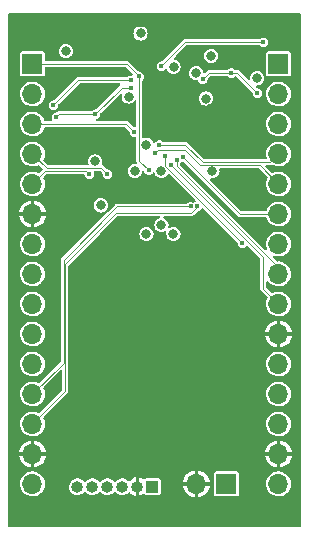
<source format=gbr>
%TF.GenerationSoftware,KiCad,Pcbnew,(6.0.0)*%
%TF.CreationDate,2022-02-11T23:14:06+08:00*%
%TF.ProjectId,esp8266,65737038-3236-4362-9e6b-696361645f70,rev?*%
%TF.SameCoordinates,Original*%
%TF.FileFunction,Copper,L4,Bot*%
%TF.FilePolarity,Positive*%
%FSLAX46Y46*%
G04 Gerber Fmt 4.6, Leading zero omitted, Abs format (unit mm)*
G04 Created by KiCad (PCBNEW (6.0.0)) date 2022-02-11 23:14:06*
%MOMM*%
%LPD*%
G01*
G04 APERTURE LIST*
%TA.AperFunction,ComponentPad*%
%ADD10R,1.000000X1.000000*%
%TD*%
%TA.AperFunction,ComponentPad*%
%ADD11O,1.000000X1.000000*%
%TD*%
%TA.AperFunction,ComponentPad*%
%ADD12R,1.700000X1.700000*%
%TD*%
%TA.AperFunction,ComponentPad*%
%ADD13O,1.700000X1.700000*%
%TD*%
%TA.AperFunction,ViaPad*%
%ADD14C,0.400000*%
%TD*%
%TA.AperFunction,ViaPad*%
%ADD15C,0.800000*%
%TD*%
%TA.AperFunction,Conductor*%
%ADD16C,0.100000*%
%TD*%
G04 APERTURE END LIST*
D10*
%TO.P,J2,1,Pin_1*%
%TO.N,+3V3*%
X129032000Y-151180000D03*
D11*
%TO.P,J2,2,Pin_2*%
%TO.N,GND*%
X127762000Y-151180000D03*
%TO.P,J2,3,Pin_3*%
%TO.N,/RST*%
X126492000Y-151180000D03*
%TO.P,J2,4,Pin_4*%
%TO.N,/GPIO0*%
X125222000Y-151180000D03*
%TO.P,J2,5,Pin_5*%
%TO.N,/TXD*%
X123952000Y-151180000D03*
%TO.P,J2,6,Pin_6*%
%TO.N,/RXD*%
X122682000Y-151180000D03*
%TD*%
D12*
%TO.P,J4,1,Pin_1*%
%TO.N,/GPIO16*%
X118872000Y-115380000D03*
D13*
%TO.P,J4,2,Pin_2*%
%TO.N,unconnected-(J4-Pad2)*%
X118872000Y-117920000D03*
%TO.P,J4,3,Pin_3*%
%TO.N,/GPIO4*%
X118872000Y-120460000D03*
%TO.P,J4,4,Pin_4*%
%TO.N,/GPIO0*%
X118872000Y-123000000D03*
%TO.P,J4,5,Pin_5*%
%TO.N,/GPIO2*%
X118872000Y-125540000D03*
%TO.P,J4,6,Pin_6*%
%TO.N,GND*%
X118872000Y-128080000D03*
%TO.P,J4,7,Pin_7*%
%TO.N,+3V3*%
X118872000Y-130620000D03*
%TO.P,J4,8,Pin_8*%
%TO.N,/MTMS*%
X118872000Y-133160000D03*
%TO.P,J4,9,Pin_9*%
%TO.N,/MTDI*%
X118872000Y-135700000D03*
%TO.P,J4,10,Pin_10*%
%TO.N,/MTCK*%
X118872000Y-138240000D03*
%TO.P,J4,11,Pin_11*%
%TO.N,/MTDO*%
X118872000Y-140780000D03*
%TO.P,J4,12,Pin_12*%
%TO.N,/RXD*%
X118872000Y-143320000D03*
%TO.P,J4,13,Pin_13*%
%TO.N,/TXD*%
X118872000Y-145860000D03*
%TO.P,J4,14,Pin_14*%
%TO.N,GND*%
X118872000Y-148400000D03*
%TO.P,J4,15,Pin_15*%
%TO.N,+3V3*%
X118872000Y-150940000D03*
%TD*%
D12*
%TO.P,J1,1,Pin_1*%
%TO.N,+3V3*%
X135290666Y-150930000D03*
D13*
%TO.P,J1,2,Pin_2*%
%TO.N,GND*%
X132750666Y-150930000D03*
%TD*%
D12*
%TO.P,J3,1,Pin_1*%
%TO.N,/ADC_IN*%
X139700000Y-115380000D03*
D13*
%TO.P,J3,2,Pin_2*%
%TO.N,unconnected-(J3-Pad2)*%
X139700000Y-117920000D03*
%TO.P,J3,3,Pin_3*%
%TO.N,unconnected-(J3-Pad3)*%
X139700000Y-120460000D03*
%TO.P,J3,4,Pin_4*%
%TO.N,/SD3{slash}CS*%
X139700000Y-123000000D03*
%TO.P,J3,5,Pin_5*%
%TO.N,/SD2{slash}GPIO9*%
X139700000Y-125540000D03*
%TO.P,J3,6,Pin_6*%
%TO.N,/SD1{slash}INT*%
X139700000Y-128080000D03*
%TO.P,J3,7,Pin_7*%
%TO.N,/CMD{slash}MOSI*%
X139700000Y-130620000D03*
%TO.P,J3,8,Pin_8*%
%TO.N,/SD0{slash}MISO*%
X139700000Y-133160000D03*
%TO.P,J3,9,Pin_9*%
%TO.N,/SCLK*%
X139700000Y-135700000D03*
%TO.P,J3,10,Pin_10*%
%TO.N,GND*%
X139700000Y-138240000D03*
%TO.P,J3,11,Pin_11*%
%TO.N,+3V3*%
X139700000Y-140780000D03*
%TO.P,J3,12,Pin_12*%
%TO.N,unconnected-(J3-Pad12)*%
X139700000Y-143320000D03*
%TO.P,J3,13,Pin_13*%
%TO.N,/RST*%
X139700000Y-145860000D03*
%TO.P,J3,14,Pin_14*%
%TO.N,GND*%
X139700000Y-148400000D03*
%TO.P,J3,15,Pin_15*%
%TO.N,+3V3*%
X139700000Y-150940000D03*
%TD*%
D14*
%TO.N,GND*%
X140826000Y-112960000D03*
X140226000Y-112960000D03*
X139626000Y-112960000D03*
X139026000Y-112960000D03*
X138426000Y-112960000D03*
X137826000Y-112960000D03*
X137226000Y-112960000D03*
X136626000Y-112960000D03*
X136026000Y-112960000D03*
X135426000Y-112960000D03*
X134826000Y-112960000D03*
X134226000Y-112960000D03*
X133626000Y-112960000D03*
X133026000Y-112960000D03*
X132426000Y-112960000D03*
X131826000Y-112960000D03*
X140826000Y-112360000D03*
X140226000Y-112360000D03*
X139626000Y-112360000D03*
X139026000Y-112360000D03*
X138426000Y-112360000D03*
X137826000Y-112360000D03*
X137226000Y-112360000D03*
X136626000Y-112360000D03*
X136026000Y-112360000D03*
X135426000Y-112360000D03*
X134826000Y-112360000D03*
X134226000Y-112360000D03*
X133626000Y-112360000D03*
X133026000Y-112360000D03*
X132426000Y-112360000D03*
X131826000Y-112360000D03*
X140826000Y-111760000D03*
X140226000Y-111760000D03*
X139626000Y-111760000D03*
X139026000Y-111760000D03*
X138426000Y-111760000D03*
X137826000Y-111760000D03*
X137226000Y-111760000D03*
X136626000Y-111760000D03*
X136026000Y-111760000D03*
X135426000Y-111760000D03*
X134826000Y-111760000D03*
X134226000Y-111760000D03*
X133626000Y-111760000D03*
X133026000Y-111760000D03*
X132426000Y-111760000D03*
X131826000Y-111760000D03*
X126640592Y-112958957D03*
X125949635Y-112394304D03*
X126031361Y-112936668D03*
X125407271Y-112966386D03*
X125377552Y-112357155D03*
X124802000Y-112960000D03*
X124202000Y-112960000D03*
X123602000Y-112960000D03*
X123002000Y-112960000D03*
X122402000Y-112960000D03*
X121802000Y-112960000D03*
X121202000Y-112960000D03*
X120602000Y-112960000D03*
X120002000Y-112960000D03*
X119402000Y-112960000D03*
X118802000Y-112960000D03*
X118202000Y-112960000D03*
X117602000Y-112960000D03*
X124802000Y-112360000D03*
X124202000Y-112360000D03*
X123602000Y-112360000D03*
X123002000Y-112360000D03*
X122402000Y-112360000D03*
X121802000Y-112360000D03*
X121202000Y-112360000D03*
X120602000Y-112360000D03*
X120002000Y-112360000D03*
X119402000Y-112360000D03*
X118802000Y-112360000D03*
X118202000Y-112360000D03*
X117602000Y-112360000D03*
X124802000Y-111760000D03*
X124202000Y-111760000D03*
X123602000Y-111760000D03*
X123002000Y-111760000D03*
X122402000Y-111760000D03*
X121802000Y-111760000D03*
X121202000Y-111760000D03*
X120602000Y-111760000D03*
X120002000Y-111760000D03*
X119402000Y-111760000D03*
X118802000Y-111760000D03*
X118202000Y-111760000D03*
X117602000Y-111760000D03*
%TO.N,/RXD*%
X132261095Y-127450117D03*
%TO.N,/TXD*%
X132842000Y-127424736D03*
%TO.N,GND*%
X135893723Y-118253477D03*
X136369221Y-118268336D03*
X136874437Y-118263383D03*
X134853572Y-118248524D03*
X134318638Y-118263383D03*
X133872859Y-118917192D03*
X133858000Y-119634000D03*
X133799177Y-120548606D03*
X133814036Y-121103353D03*
X133828896Y-121653147D03*
X133903192Y-122193035D03*
X134012160Y-122718063D03*
X134334112Y-123104405D03*
X136770356Y-123164619D03*
X137100562Y-122831111D03*
X137414000Y-122428000D03*
X137414000Y-121920000D03*
X137414000Y-121412000D03*
X137414000Y-120904000D03*
X137414000Y-120396000D03*
X137414000Y-119888000D03*
X137414000Y-119380000D03*
X137414000Y-118872000D03*
X137412532Y-118281815D03*
%TO.N,/RST*%
X137922000Y-117856000D03*
D15*
%TO.N,+3V3*%
X134112000Y-124460000D03*
X129794000Y-124460000D03*
X128524000Y-129794000D03*
X130810000Y-129794000D03*
X129794000Y-129032000D03*
D14*
%TO.N,/CMD{slash}MOSI*%
X136652000Y-130556000D03*
%TO.N,/SD2{slash}GPIO9*%
X129286000Y-122936000D03*
%TO.N,/SD1{slash}INT*%
X131631112Y-123264004D03*
%TO.N,/SD0{slash}MISO*%
X131092523Y-123493530D03*
%TO.N,/SCLK*%
X130628935Y-123927051D03*
%TO.N,/CMD{slash}MOSI*%
X130131424Y-123190000D03*
%TO.N,/SD3{slash}CS*%
X129620641Y-122236221D03*
%TO.N,/ADC_IN*%
X138430000Y-113538000D03*
X129794000Y-115570000D03*
D15*
%TO.N,GND*%
X127762000Y-111506000D03*
X126646938Y-112060487D03*
X125476000Y-111506000D03*
D14*
%TO.N,/GPIO2*%
X123698000Y-124714000D03*
%TO.N,/MTDI*%
X120904000Y-119888000D03*
%TO.N,/MTMS*%
X127185695Y-116765722D03*
X120650000Y-118872000D03*
%TO.N,/GPIO0*%
X125222000Y-124714000D03*
%TO.N,/GPIO4*%
X127508000Y-121158000D03*
D15*
%TO.N,+3V3*%
X124194000Y-123640000D03*
D14*
%TO.N,GND*%
X126470000Y-119720000D03*
X125870000Y-119720000D03*
X125250000Y-119730000D03*
%TO.N,/GPIO16*%
X128720000Y-124360000D03*
%TO.N,GND*%
X131590000Y-120120000D03*
X130990000Y-120120000D03*
X130390000Y-120120000D03*
X129790000Y-120120000D03*
X129190000Y-120120000D03*
X131590000Y-119520000D03*
X130990000Y-119520000D03*
X130390000Y-119520000D03*
X129790000Y-119520000D03*
X129190000Y-119520000D03*
X131590000Y-118920000D03*
X130990000Y-118920000D03*
X130390000Y-118920000D03*
X129790000Y-118920000D03*
X129190000Y-118920000D03*
X131590000Y-118320000D03*
X130990000Y-118320000D03*
X130390000Y-118320000D03*
X129790000Y-118320000D03*
X129190000Y-118320000D03*
X131590000Y-117720000D03*
X130990000Y-117720000D03*
X130390000Y-117720000D03*
X129790000Y-117720000D03*
X129190000Y-117720000D03*
D15*
%TO.N,+3V3*%
X127540000Y-124450000D03*
X124650000Y-127360000D03*
D14*
%TO.N,/GPIO16*%
X127930000Y-116440000D03*
D15*
%TO.N,+3V3*%
X137900000Y-116600000D03*
X133570000Y-118310000D03*
X134000000Y-114700000D03*
X127020000Y-118140500D03*
X130820000Y-115610500D03*
X121700000Y-114300000D03*
X132730378Y-116170378D03*
X128524000Y-122220000D03*
X128024006Y-112800000D03*
D14*
%TO.N,/RST*%
X133300000Y-116700000D03*
X135695027Y-116155676D03*
%TO.N,/MTDI*%
X124206000Y-119634000D03*
X127190000Y-117390000D03*
%TD*%
D16*
%TO.N,/SD3{slash}CS*%
X139002000Y-123698000D02*
X139700000Y-123000000D01*
X133293019Y-123698000D02*
X139002000Y-123698000D01*
X131831240Y-122236221D02*
X133293019Y-123698000D01*
X129620641Y-122236221D02*
X131831240Y-122236221D01*
%TO.N,/TXD*%
X121666000Y-143066000D02*
X118872000Y-145860000D01*
X121666000Y-132334000D02*
X121666000Y-143066000D01*
X125984000Y-128016000D02*
X121666000Y-132334000D01*
X132334000Y-128016000D02*
X125984000Y-128016000D01*
X132842000Y-127508000D02*
X132334000Y-128016000D01*
X132842000Y-127424736D02*
X132842000Y-127508000D01*
%TO.N,/RXD*%
X121516489Y-140675511D02*
X118872000Y-143320000D01*
X126041883Y-127450117D02*
X121516489Y-131975511D01*
X121516489Y-131975511D02*
X121516489Y-140675511D01*
X132261095Y-127450117D02*
X126041883Y-127450117D01*
%TO.N,/RST*%
X136221676Y-116155676D02*
X135695027Y-116155676D01*
X137922000Y-117856000D02*
X136221676Y-116155676D01*
%TO.N,/SD2{slash}GPIO9*%
X131826000Y-122682000D02*
X133096000Y-123952000D01*
X138112000Y-123952000D02*
X139700000Y-125540000D01*
X129540000Y-122682000D02*
X131826000Y-122682000D01*
X129286000Y-122936000D02*
X129540000Y-122682000D01*
X133096000Y-123952000D02*
X138112000Y-123952000D01*
%TO.N,/CMD{slash}MOSI*%
X130131424Y-124035424D02*
X130131424Y-123190000D01*
X136652000Y-130556000D02*
X130131424Y-124035424D01*
%TO.N,/SCLK*%
X138430000Y-131728116D02*
X130628935Y-123927051D01*
X138430000Y-134430000D02*
X138430000Y-131728116D01*
X139700000Y-135700000D02*
X138430000Y-134430000D01*
%TO.N,/SD0{slash}MISO*%
X131092523Y-123991027D02*
X131092523Y-123493530D01*
X139700000Y-132598504D02*
X131092523Y-123991027D01*
X139700000Y-133160000D02*
X139700000Y-132598504D01*
%TO.N,/SD1{slash}INT*%
X136447108Y-128080000D02*
X131631112Y-123264004D01*
X139700000Y-128080000D02*
X136447108Y-128080000D01*
%TO.N,/ADC_IN*%
X131826000Y-113538000D02*
X138430000Y-113538000D01*
X129794000Y-115570000D02*
X131826000Y-113538000D01*
%TO.N,/GPIO2*%
X123444000Y-124460000D02*
X123698000Y-124714000D01*
X119952000Y-124460000D02*
X123444000Y-124460000D01*
X118872000Y-125540000D02*
X119952000Y-124460000D01*
%TO.N,/GPIO0*%
X124714000Y-124206000D02*
X125222000Y-124714000D01*
X120078000Y-124206000D02*
X124714000Y-124206000D01*
X118872000Y-123000000D02*
X120078000Y-124206000D01*
%TO.N,/MTDI*%
X121158000Y-119634000D02*
X124206000Y-119634000D01*
X120904000Y-119888000D02*
X121158000Y-119634000D01*
X127190000Y-117390000D02*
X126450000Y-117390000D01*
X126450000Y-117390000D02*
X124206000Y-119634000D01*
%TO.N,/MTMS*%
X122756278Y-116765722D02*
X120650000Y-118872000D01*
X127185695Y-116765722D02*
X122756278Y-116765722D01*
%TO.N,/GPIO4*%
X126810000Y-120460000D02*
X127508000Y-121158000D01*
X118872000Y-120460000D02*
X126810000Y-120460000D01*
%TO.N,/GPIO16*%
X126870000Y-115380000D02*
X118872000Y-115380000D01*
X127930000Y-116440000D02*
X126870000Y-115380000D01*
X127930000Y-123570000D02*
X128720000Y-124360000D01*
X127930000Y-116440000D02*
X127930000Y-123570000D01*
%TO.N,/RST*%
X133844324Y-116155676D02*
X135695027Y-116155676D01*
X133300000Y-116700000D02*
X133844324Y-116155676D01*
%TD*%
%TA.AperFunction,Conductor*%
%TO.N,GND*%
G36*
X141559305Y-111118907D02*
G01*
X141595269Y-111168407D01*
X141600114Y-111198885D01*
X141649886Y-154450886D01*
X141631046Y-154509099D01*
X141581587Y-154545119D01*
X141550886Y-154550000D01*
X116899000Y-154550000D01*
X116840809Y-154531093D01*
X116804845Y-154481593D01*
X116800000Y-154451000D01*
X116800000Y-150925262D01*
X117816520Y-150925262D01*
X117816925Y-150930082D01*
X117830831Y-151095680D01*
X117833759Y-151130553D01*
X117890544Y-151328586D01*
X117984712Y-151511818D01*
X118112677Y-151673270D01*
X118116357Y-151676402D01*
X118116359Y-151676404D01*
X118208934Y-151755191D01*
X118269564Y-151806791D01*
X118273787Y-151809151D01*
X118273791Y-151809154D01*
X118376114Y-151866340D01*
X118449398Y-151907297D01*
X118453996Y-151908791D01*
X118640724Y-151969463D01*
X118640726Y-151969464D01*
X118645329Y-151970959D01*
X118849894Y-151995351D01*
X118854716Y-151994980D01*
X118854719Y-151994980D01*
X118922541Y-151989761D01*
X119055300Y-151979546D01*
X119253725Y-151924145D01*
X119258038Y-151921966D01*
X119258044Y-151921964D01*
X119433289Y-151833441D01*
X119433291Y-151833440D01*
X119437610Y-151831258D01*
X119441427Y-151828276D01*
X119596135Y-151707406D01*
X119596139Y-151707402D01*
X119599951Y-151704424D01*
X119603988Y-151699748D01*
X119679524Y-151612237D01*
X119734564Y-151548472D01*
X119736957Y-151544260D01*
X119833934Y-151373550D01*
X119833935Y-151373547D01*
X119836323Y-151369344D01*
X119838556Y-151362634D01*
X119899824Y-151178454D01*
X119899824Y-151178452D01*
X119901351Y-151173863D01*
X119901509Y-151172611D01*
X121976394Y-151172611D01*
X121977049Y-151178544D01*
X121977049Y-151178548D01*
X121994089Y-151332896D01*
X121994999Y-151341135D01*
X122053266Y-151500356D01*
X122056591Y-151505305D01*
X122056592Y-151505306D01*
X122082768Y-151544260D01*
X122147830Y-151641083D01*
X122273233Y-151755191D01*
X122422235Y-151836092D01*
X122481680Y-151851687D01*
X122580464Y-151877603D01*
X122580468Y-151877604D01*
X122586233Y-151879116D01*
X122592194Y-151879210D01*
X122592197Y-151879210D01*
X122670965Y-151880447D01*
X122755760Y-151881779D01*
X122761575Y-151880447D01*
X122761577Y-151880447D01*
X122915206Y-151845262D01*
X122915209Y-151845261D01*
X122921029Y-151843928D01*
X122936610Y-151836092D01*
X123018530Y-151794890D01*
X123072498Y-151767747D01*
X123077035Y-151763872D01*
X123077038Y-151763870D01*
X123196888Y-151661508D01*
X123196891Y-151661505D01*
X123201423Y-151657634D01*
X123213316Y-151641083D01*
X123235879Y-151609684D01*
X123285189Y-151573461D01*
X123346374Y-151573140D01*
X123398446Y-151612237D01*
X123417830Y-151641083D01*
X123543233Y-151755191D01*
X123692235Y-151836092D01*
X123751680Y-151851687D01*
X123850464Y-151877603D01*
X123850468Y-151877604D01*
X123856233Y-151879116D01*
X123862194Y-151879210D01*
X123862197Y-151879210D01*
X123940965Y-151880447D01*
X124025760Y-151881779D01*
X124031575Y-151880447D01*
X124031577Y-151880447D01*
X124185206Y-151845262D01*
X124185209Y-151845261D01*
X124191029Y-151843928D01*
X124206610Y-151836092D01*
X124288530Y-151794890D01*
X124342498Y-151767747D01*
X124347035Y-151763872D01*
X124347038Y-151763870D01*
X124466888Y-151661508D01*
X124466891Y-151661505D01*
X124471423Y-151657634D01*
X124483316Y-151641083D01*
X124505879Y-151609684D01*
X124555189Y-151573461D01*
X124616374Y-151573140D01*
X124668446Y-151612237D01*
X124687830Y-151641083D01*
X124813233Y-151755191D01*
X124962235Y-151836092D01*
X125021680Y-151851687D01*
X125120464Y-151877603D01*
X125120468Y-151877604D01*
X125126233Y-151879116D01*
X125132194Y-151879210D01*
X125132197Y-151879210D01*
X125210965Y-151880447D01*
X125295760Y-151881779D01*
X125301575Y-151880447D01*
X125301577Y-151880447D01*
X125455206Y-151845262D01*
X125455209Y-151845261D01*
X125461029Y-151843928D01*
X125476610Y-151836092D01*
X125558530Y-151794890D01*
X125612498Y-151767747D01*
X125617035Y-151763872D01*
X125617038Y-151763870D01*
X125736888Y-151661508D01*
X125736891Y-151661505D01*
X125741423Y-151657634D01*
X125753316Y-151641083D01*
X125775879Y-151609684D01*
X125825189Y-151573461D01*
X125886374Y-151573140D01*
X125938446Y-151612237D01*
X125957830Y-151641083D01*
X126083233Y-151755191D01*
X126232235Y-151836092D01*
X126291680Y-151851687D01*
X126390464Y-151877603D01*
X126390468Y-151877604D01*
X126396233Y-151879116D01*
X126402194Y-151879210D01*
X126402197Y-151879210D01*
X126480965Y-151880447D01*
X126565760Y-151881779D01*
X126571575Y-151880447D01*
X126571577Y-151880447D01*
X126725206Y-151845262D01*
X126725209Y-151845261D01*
X126731029Y-151843928D01*
X126746610Y-151836092D01*
X126828530Y-151794890D01*
X126882498Y-151767747D01*
X126887035Y-151763872D01*
X126887038Y-151763870D01*
X126989494Y-151676363D01*
X126995205Y-151671486D01*
X127051732Y-151648071D01*
X127111227Y-151662354D01*
X127130715Y-151677995D01*
X127244990Y-151796330D01*
X127253463Y-151803340D01*
X127394390Y-151895560D01*
X127404198Y-151900514D01*
X127562051Y-151959219D01*
X127572727Y-151961880D01*
X127596456Y-151965046D01*
X127609576Y-151962638D01*
X127610783Y-151961371D01*
X127612000Y-151956015D01*
X127612000Y-151954020D01*
X127912000Y-151954020D01*
X127916122Y-151966705D01*
X127918437Y-151968388D01*
X127920703Y-151968642D01*
X127929138Y-151966910D01*
X128089310Y-151914868D01*
X128099333Y-151910321D01*
X128243989Y-151824088D01*
X128257157Y-151814093D01*
X128258687Y-151816109D01*
X128304757Y-151794071D01*
X128364930Y-151805154D01*
X128383980Y-151819362D01*
X128387448Y-151824552D01*
X128453769Y-151868867D01*
X128463332Y-151870769D01*
X128463334Y-151870770D01*
X128486005Y-151875279D01*
X128512252Y-151880500D01*
X129551748Y-151880500D01*
X129577995Y-151875279D01*
X129600666Y-151870770D01*
X129600668Y-151870769D01*
X129610231Y-151868867D01*
X129676552Y-151824552D01*
X129720867Y-151758231D01*
X129723866Y-151743157D01*
X129727279Y-151725995D01*
X129732500Y-151699748D01*
X129732500Y-151089405D01*
X131608564Y-151089405D01*
X131609661Y-151106145D01*
X131611074Y-151115064D01*
X131660866Y-151311121D01*
X131663886Y-151319649D01*
X131748570Y-151503341D01*
X131753088Y-151511167D01*
X131869837Y-151676363D01*
X131875701Y-151683229D01*
X132020597Y-151824381D01*
X132027620Y-151830068D01*
X132195804Y-151942446D01*
X132203759Y-151946764D01*
X132389595Y-152026606D01*
X132398206Y-152029404D01*
X132590496Y-152072914D01*
X132597833Y-152070840D01*
X132600453Y-152067514D01*
X132600666Y-152066317D01*
X132600666Y-152054679D01*
X132900666Y-152054679D01*
X132904788Y-152067364D01*
X132905958Y-152068215D01*
X132911938Y-152068725D01*
X133015781Y-152053668D01*
X133024580Y-152051556D01*
X133216116Y-151986538D01*
X133224380Y-151982858D01*
X133400860Y-151884026D01*
X133408318Y-151878900D01*
X133503488Y-151799748D01*
X134240166Y-151799748D01*
X134243487Y-151816442D01*
X134246829Y-151833243D01*
X134251799Y-151858231D01*
X134296114Y-151924552D01*
X134362435Y-151968867D01*
X134371998Y-151970769D01*
X134372000Y-151970770D01*
X134394671Y-151975279D01*
X134420918Y-151980500D01*
X136160414Y-151980500D01*
X136186661Y-151975279D01*
X136209332Y-151970770D01*
X136209334Y-151970769D01*
X136218897Y-151968867D01*
X136285218Y-151924552D01*
X136329533Y-151858231D01*
X136334504Y-151833243D01*
X136337845Y-151816442D01*
X136341166Y-151799748D01*
X136341166Y-150925262D01*
X138644520Y-150925262D01*
X138644925Y-150930082D01*
X138658831Y-151095680D01*
X138661759Y-151130553D01*
X138718544Y-151328586D01*
X138812712Y-151511818D01*
X138940677Y-151673270D01*
X138944357Y-151676402D01*
X138944359Y-151676404D01*
X139036934Y-151755191D01*
X139097564Y-151806791D01*
X139101787Y-151809151D01*
X139101791Y-151809154D01*
X139204114Y-151866340D01*
X139277398Y-151907297D01*
X139281996Y-151908791D01*
X139468724Y-151969463D01*
X139468726Y-151969464D01*
X139473329Y-151970959D01*
X139677894Y-151995351D01*
X139682716Y-151994980D01*
X139682719Y-151994980D01*
X139750541Y-151989761D01*
X139883300Y-151979546D01*
X140081725Y-151924145D01*
X140086038Y-151921966D01*
X140086044Y-151921964D01*
X140261289Y-151833441D01*
X140261291Y-151833440D01*
X140265610Y-151831258D01*
X140269427Y-151828276D01*
X140424135Y-151707406D01*
X140424139Y-151707402D01*
X140427951Y-151704424D01*
X140431988Y-151699748D01*
X140507524Y-151612237D01*
X140562564Y-151548472D01*
X140564957Y-151544260D01*
X140661934Y-151373550D01*
X140661935Y-151373547D01*
X140664323Y-151369344D01*
X140666556Y-151362634D01*
X140727824Y-151178454D01*
X140727824Y-151178452D01*
X140729351Y-151173863D01*
X140755171Y-150969474D01*
X140755583Y-150940000D01*
X140749643Y-150879416D01*
X140735952Y-150739780D01*
X140735951Y-150739776D01*
X140735480Y-150734970D01*
X140732183Y-150724048D01*
X140677333Y-150542380D01*
X140675935Y-150537749D01*
X140579218Y-150355849D01*
X140449011Y-150196200D01*
X140406268Y-150160840D01*
X140294002Y-150067965D01*
X140294000Y-150067964D01*
X140290275Y-150064882D01*
X140109055Y-149966897D01*
X139989954Y-149930029D01*
X139916875Y-149907407D01*
X139916871Y-149907406D01*
X139912254Y-149905977D01*
X139907446Y-149905472D01*
X139907443Y-149905471D01*
X139712185Y-149884949D01*
X139712183Y-149884949D01*
X139707369Y-149884443D01*
X139654767Y-149889230D01*
X139507022Y-149902675D01*
X139507017Y-149902676D01*
X139502203Y-149903114D01*
X139304572Y-149961280D01*
X139300288Y-149963519D01*
X139300287Y-149963520D01*
X139289428Y-149969197D01*
X139122002Y-150056726D01*
X139118231Y-150059758D01*
X138965220Y-150182781D01*
X138965217Y-150182783D01*
X138961447Y-150185815D01*
X138958333Y-150189526D01*
X138958332Y-150189527D01*
X138949585Y-150199952D01*
X138829024Y-150343630D01*
X138826689Y-150347878D01*
X138826688Y-150347879D01*
X138819955Y-150360126D01*
X138729776Y-150524162D01*
X138728313Y-150528775D01*
X138728311Y-150528779D01*
X138688117Y-150655488D01*
X138667484Y-150720532D01*
X138666944Y-150725344D01*
X138666944Y-150725345D01*
X138660814Y-150780000D01*
X138644520Y-150925262D01*
X136341166Y-150925262D01*
X136341166Y-150060252D01*
X136329533Y-150001769D01*
X136285218Y-149935448D01*
X136218897Y-149891133D01*
X136209334Y-149889231D01*
X136209332Y-149889230D01*
X136185264Y-149884443D01*
X136160414Y-149879500D01*
X134420918Y-149879500D01*
X134396068Y-149884443D01*
X134372000Y-149889230D01*
X134371998Y-149889231D01*
X134362435Y-149891133D01*
X134296114Y-149935448D01*
X134251799Y-150001769D01*
X134240166Y-150060252D01*
X134240166Y-151799748D01*
X133503488Y-151799748D01*
X133563823Y-151749568D01*
X133570234Y-151743157D01*
X133699566Y-151587652D01*
X133704692Y-151580194D01*
X133803524Y-151403714D01*
X133807204Y-151395450D01*
X133872222Y-151203914D01*
X133874334Y-151195115D01*
X133888775Y-151095518D01*
X133886516Y-151082372D01*
X133885481Y-151081363D01*
X133879634Y-151080000D01*
X132916346Y-151080000D01*
X132903661Y-151084122D01*
X132900666Y-151088243D01*
X132900666Y-152054679D01*
X132600666Y-152054679D01*
X132600666Y-151095680D01*
X132596544Y-151082995D01*
X132592423Y-151080000D01*
X131623628Y-151080000D01*
X131610943Y-151084122D01*
X131608868Y-151086978D01*
X131608564Y-151089405D01*
X129732500Y-151089405D01*
X129732500Y-150764428D01*
X131612153Y-150764428D01*
X131614756Y-150777511D01*
X131616329Y-150778965D01*
X131621044Y-150780000D01*
X132584986Y-150780000D01*
X132597671Y-150775878D01*
X132600666Y-150771757D01*
X132600666Y-150764320D01*
X132900666Y-150764320D01*
X132904788Y-150777005D01*
X132908909Y-150780000D01*
X133876130Y-150780000D01*
X133888815Y-150775878D01*
X133890484Y-150773582D01*
X133890888Y-150769966D01*
X133886669Y-150724048D01*
X133885022Y-150715164D01*
X133830115Y-150520481D01*
X133826874Y-150512037D01*
X133737411Y-150330624D01*
X133732686Y-150322914D01*
X133611660Y-150160840D01*
X133605611Y-150154122D01*
X133457071Y-150016814D01*
X133449906Y-150011315D01*
X133278829Y-149903374D01*
X133270776Y-149899271D01*
X133082895Y-149824314D01*
X133074237Y-149821749D01*
X132916045Y-149790283D01*
X132902798Y-149791851D01*
X132902766Y-149791881D01*
X132900666Y-149799928D01*
X132900666Y-150764320D01*
X132600666Y-150764320D01*
X132600666Y-149804517D01*
X132596544Y-149791832D01*
X132595940Y-149791393D01*
X132588793Y-149790877D01*
X132456225Y-149813657D01*
X132447489Y-149815998D01*
X132257716Y-149886009D01*
X132249553Y-149889902D01*
X132075713Y-149993326D01*
X132068411Y-149998631D01*
X131916323Y-150132010D01*
X131910100Y-150138568D01*
X131784875Y-150297415D01*
X131779950Y-150304998D01*
X131685763Y-150484018D01*
X131682309Y-150492358D01*
X131622324Y-150685538D01*
X131620443Y-150694389D01*
X131612153Y-150764428D01*
X129732500Y-150764428D01*
X129732500Y-150660252D01*
X129720867Y-150601769D01*
X129676552Y-150535448D01*
X129610231Y-150491133D01*
X129600668Y-150489231D01*
X129600666Y-150489230D01*
X129577995Y-150484721D01*
X129551748Y-150479500D01*
X128512252Y-150479500D01*
X128486005Y-150484721D01*
X128463334Y-150489230D01*
X128463332Y-150489231D01*
X128453769Y-150491133D01*
X128387448Y-150535448D01*
X128384857Y-150539326D01*
X128333203Y-150565644D01*
X128272771Y-150556073D01*
X128264669Y-150551452D01*
X128119584Y-150459378D01*
X128109704Y-150454559D01*
X127951048Y-150398064D01*
X127940346Y-150395554D01*
X127927569Y-150394031D01*
X127914484Y-150396621D01*
X127913046Y-150398175D01*
X127912000Y-150402931D01*
X127912000Y-151954020D01*
X127612000Y-151954020D01*
X127612000Y-150406994D01*
X127607878Y-150394309D01*
X127605863Y-150392844D01*
X127601652Y-150392402D01*
X127594627Y-150393140D01*
X127583886Y-150395502D01*
X127424464Y-150449773D01*
X127414504Y-150454460D01*
X127271069Y-150542701D01*
X127262401Y-150549473D01*
X127142075Y-150667306D01*
X127134868Y-150676143D01*
X127083439Y-150709289D01*
X127022349Y-150705875D01*
X126992291Y-150687492D01*
X126894721Y-150600560D01*
X126744881Y-150521224D01*
X126646659Y-150496552D01*
X126586231Y-150481373D01*
X126586228Y-150481373D01*
X126580441Y-150479919D01*
X126494841Y-150479471D01*
X126416861Y-150479062D01*
X126416859Y-150479062D01*
X126410895Y-150479031D01*
X126405099Y-150480423D01*
X126405095Y-150480423D01*
X126337916Y-150496552D01*
X126246032Y-150518612D01*
X126197700Y-150543558D01*
X126100675Y-150593636D01*
X126100673Y-150593638D01*
X126095369Y-150596375D01*
X125967604Y-150707831D01*
X125964174Y-150712712D01*
X125964170Y-150712716D01*
X125938236Y-150749616D01*
X125889307Y-150786353D01*
X125828129Y-150787313D01*
X125775653Y-150748766D01*
X125751312Y-150713349D01*
X125624721Y-150600560D01*
X125474881Y-150521224D01*
X125376659Y-150496552D01*
X125316231Y-150481373D01*
X125316228Y-150481373D01*
X125310441Y-150479919D01*
X125224841Y-150479471D01*
X125146861Y-150479062D01*
X125146859Y-150479062D01*
X125140895Y-150479031D01*
X125135099Y-150480423D01*
X125135095Y-150480423D01*
X125067916Y-150496552D01*
X124976032Y-150518612D01*
X124927700Y-150543558D01*
X124830675Y-150593636D01*
X124830673Y-150593638D01*
X124825369Y-150596375D01*
X124697604Y-150707831D01*
X124694174Y-150712712D01*
X124694170Y-150712716D01*
X124668236Y-150749616D01*
X124619307Y-150786353D01*
X124558129Y-150787313D01*
X124505653Y-150748766D01*
X124481312Y-150713349D01*
X124354721Y-150600560D01*
X124204881Y-150521224D01*
X124106659Y-150496552D01*
X124046231Y-150481373D01*
X124046228Y-150481373D01*
X124040441Y-150479919D01*
X123954841Y-150479471D01*
X123876861Y-150479062D01*
X123876859Y-150479062D01*
X123870895Y-150479031D01*
X123865099Y-150480423D01*
X123865095Y-150480423D01*
X123797916Y-150496552D01*
X123706032Y-150518612D01*
X123657700Y-150543558D01*
X123560675Y-150593636D01*
X123560673Y-150593638D01*
X123555369Y-150596375D01*
X123427604Y-150707831D01*
X123424174Y-150712712D01*
X123424170Y-150712716D01*
X123398236Y-150749616D01*
X123349307Y-150786353D01*
X123288129Y-150787313D01*
X123235653Y-150748766D01*
X123211312Y-150713349D01*
X123084721Y-150600560D01*
X122934881Y-150521224D01*
X122836659Y-150496552D01*
X122776231Y-150481373D01*
X122776228Y-150481373D01*
X122770441Y-150479919D01*
X122684841Y-150479471D01*
X122606861Y-150479062D01*
X122606859Y-150479062D01*
X122600895Y-150479031D01*
X122595099Y-150480423D01*
X122595095Y-150480423D01*
X122527916Y-150496552D01*
X122436032Y-150518612D01*
X122387700Y-150543558D01*
X122290675Y-150593636D01*
X122290673Y-150593638D01*
X122285369Y-150596375D01*
X122157604Y-150707831D01*
X122154173Y-150712713D01*
X122154172Y-150712714D01*
X122109780Y-150775878D01*
X122060113Y-150846547D01*
X122057945Y-150852108D01*
X122011112Y-150972228D01*
X121998524Y-151004513D01*
X121976394Y-151172611D01*
X119901509Y-151172611D01*
X119927171Y-150969474D01*
X119927583Y-150940000D01*
X119921643Y-150879416D01*
X119907952Y-150739780D01*
X119907951Y-150739776D01*
X119907480Y-150734970D01*
X119904183Y-150724048D01*
X119849333Y-150542380D01*
X119847935Y-150537749D01*
X119751218Y-150355849D01*
X119621011Y-150196200D01*
X119578268Y-150160840D01*
X119466002Y-150067965D01*
X119466000Y-150067964D01*
X119462275Y-150064882D01*
X119281055Y-149966897D01*
X119161954Y-149930029D01*
X119088875Y-149907407D01*
X119088871Y-149907406D01*
X119084254Y-149905977D01*
X119079446Y-149905472D01*
X119079443Y-149905471D01*
X118884185Y-149884949D01*
X118884183Y-149884949D01*
X118879369Y-149884443D01*
X118826767Y-149889230D01*
X118679022Y-149902675D01*
X118679017Y-149902676D01*
X118674203Y-149903114D01*
X118476572Y-149961280D01*
X118472288Y-149963519D01*
X118472287Y-149963520D01*
X118461428Y-149969197D01*
X118294002Y-150056726D01*
X118290231Y-150059758D01*
X118137220Y-150182781D01*
X118137217Y-150182783D01*
X118133447Y-150185815D01*
X118130333Y-150189526D01*
X118130332Y-150189527D01*
X118121585Y-150199952D01*
X118001024Y-150343630D01*
X117998689Y-150347878D01*
X117998688Y-150347879D01*
X117991955Y-150360126D01*
X117901776Y-150524162D01*
X117900313Y-150528775D01*
X117900311Y-150528779D01*
X117860117Y-150655488D01*
X117839484Y-150720532D01*
X117838944Y-150725344D01*
X117838944Y-150725345D01*
X117832814Y-150780000D01*
X117816520Y-150925262D01*
X116800000Y-150925262D01*
X116800000Y-148559405D01*
X117729898Y-148559405D01*
X117730995Y-148576145D01*
X117732408Y-148585064D01*
X117782200Y-148781121D01*
X117785220Y-148789649D01*
X117869904Y-148973341D01*
X117874422Y-148981167D01*
X117991171Y-149146363D01*
X117997035Y-149153229D01*
X118141931Y-149294381D01*
X118148954Y-149300068D01*
X118317138Y-149412446D01*
X118325093Y-149416764D01*
X118510929Y-149496606D01*
X118519540Y-149499404D01*
X118711830Y-149542914D01*
X118719167Y-149540840D01*
X118721787Y-149537514D01*
X118722000Y-149536317D01*
X118722000Y-149524679D01*
X119022000Y-149524679D01*
X119026122Y-149537364D01*
X119027292Y-149538215D01*
X119033272Y-149538725D01*
X119137115Y-149523668D01*
X119145914Y-149521556D01*
X119337450Y-149456538D01*
X119345714Y-149452858D01*
X119522194Y-149354026D01*
X119529652Y-149348900D01*
X119685157Y-149219568D01*
X119691568Y-149213157D01*
X119820900Y-149057652D01*
X119826026Y-149050194D01*
X119924858Y-148873714D01*
X119928538Y-148865450D01*
X119993556Y-148673914D01*
X119995668Y-148665115D01*
X120010109Y-148565518D01*
X120009059Y-148559405D01*
X138557898Y-148559405D01*
X138558995Y-148576145D01*
X138560408Y-148585064D01*
X138610200Y-148781121D01*
X138613220Y-148789649D01*
X138697904Y-148973341D01*
X138702422Y-148981167D01*
X138819171Y-149146363D01*
X138825035Y-149153229D01*
X138969931Y-149294381D01*
X138976954Y-149300068D01*
X139145138Y-149412446D01*
X139153093Y-149416764D01*
X139338929Y-149496606D01*
X139347540Y-149499404D01*
X139539830Y-149542914D01*
X139547167Y-149540840D01*
X139549787Y-149537514D01*
X139550000Y-149536317D01*
X139550000Y-149524679D01*
X139850000Y-149524679D01*
X139854122Y-149537364D01*
X139855292Y-149538215D01*
X139861272Y-149538725D01*
X139965115Y-149523668D01*
X139973914Y-149521556D01*
X140165450Y-149456538D01*
X140173714Y-149452858D01*
X140350194Y-149354026D01*
X140357652Y-149348900D01*
X140513157Y-149219568D01*
X140519568Y-149213157D01*
X140648900Y-149057652D01*
X140654026Y-149050194D01*
X140752858Y-148873714D01*
X140756538Y-148865450D01*
X140821556Y-148673914D01*
X140823668Y-148665115D01*
X140838109Y-148565518D01*
X140835850Y-148552372D01*
X140834815Y-148551363D01*
X140828968Y-148550000D01*
X139865680Y-148550000D01*
X139852995Y-148554122D01*
X139850000Y-148558243D01*
X139850000Y-149524679D01*
X139550000Y-149524679D01*
X139550000Y-148565680D01*
X139545878Y-148552995D01*
X139541757Y-148550000D01*
X138572962Y-148550000D01*
X138560277Y-148554122D01*
X138558202Y-148556978D01*
X138557898Y-148559405D01*
X120009059Y-148559405D01*
X120007850Y-148552372D01*
X120006815Y-148551363D01*
X120000968Y-148550000D01*
X119037680Y-148550000D01*
X119024995Y-148554122D01*
X119022000Y-148558243D01*
X119022000Y-149524679D01*
X118722000Y-149524679D01*
X118722000Y-148565680D01*
X118717878Y-148552995D01*
X118713757Y-148550000D01*
X117744962Y-148550000D01*
X117732277Y-148554122D01*
X117730202Y-148556978D01*
X117729898Y-148559405D01*
X116800000Y-148559405D01*
X116800000Y-148234428D01*
X117733487Y-148234428D01*
X117736090Y-148247511D01*
X117737663Y-148248965D01*
X117742378Y-148250000D01*
X118706320Y-148250000D01*
X118719005Y-148245878D01*
X118722000Y-148241757D01*
X118722000Y-148234320D01*
X119022000Y-148234320D01*
X119026122Y-148247005D01*
X119030243Y-148250000D01*
X119997464Y-148250000D01*
X120010149Y-148245878D01*
X120011818Y-148243582D01*
X120012222Y-148239966D01*
X120011713Y-148234428D01*
X138561487Y-148234428D01*
X138564090Y-148247511D01*
X138565663Y-148248965D01*
X138570378Y-148250000D01*
X139534320Y-148250000D01*
X139547005Y-148245878D01*
X139550000Y-148241757D01*
X139550000Y-148234320D01*
X139850000Y-148234320D01*
X139854122Y-148247005D01*
X139858243Y-148250000D01*
X140825464Y-148250000D01*
X140838149Y-148245878D01*
X140839818Y-148243582D01*
X140840222Y-148239966D01*
X140836003Y-148194048D01*
X140834356Y-148185164D01*
X140779449Y-147990481D01*
X140776208Y-147982037D01*
X140686745Y-147800624D01*
X140682020Y-147792914D01*
X140560994Y-147630840D01*
X140554945Y-147624122D01*
X140406405Y-147486814D01*
X140399240Y-147481315D01*
X140228163Y-147373374D01*
X140220110Y-147369271D01*
X140032229Y-147294314D01*
X140023571Y-147291749D01*
X139865379Y-147260283D01*
X139852132Y-147261851D01*
X139852100Y-147261881D01*
X139850000Y-147269928D01*
X139850000Y-148234320D01*
X139550000Y-148234320D01*
X139550000Y-147274517D01*
X139545878Y-147261832D01*
X139545274Y-147261393D01*
X139538127Y-147260877D01*
X139405559Y-147283657D01*
X139396823Y-147285998D01*
X139207050Y-147356009D01*
X139198887Y-147359902D01*
X139025047Y-147463326D01*
X139017745Y-147468631D01*
X138865657Y-147602010D01*
X138859434Y-147608568D01*
X138734209Y-147767415D01*
X138729284Y-147774998D01*
X138635097Y-147954018D01*
X138631643Y-147962358D01*
X138571658Y-148155538D01*
X138569777Y-148164389D01*
X138561487Y-148234428D01*
X120011713Y-148234428D01*
X120008003Y-148194048D01*
X120006356Y-148185164D01*
X119951449Y-147990481D01*
X119948208Y-147982037D01*
X119858745Y-147800624D01*
X119854020Y-147792914D01*
X119732994Y-147630840D01*
X119726945Y-147624122D01*
X119578405Y-147486814D01*
X119571240Y-147481315D01*
X119400163Y-147373374D01*
X119392110Y-147369271D01*
X119204229Y-147294314D01*
X119195571Y-147291749D01*
X119037379Y-147260283D01*
X119024132Y-147261851D01*
X119024100Y-147261881D01*
X119022000Y-147269928D01*
X119022000Y-148234320D01*
X118722000Y-148234320D01*
X118722000Y-147274517D01*
X118717878Y-147261832D01*
X118717274Y-147261393D01*
X118710127Y-147260877D01*
X118577559Y-147283657D01*
X118568823Y-147285998D01*
X118379050Y-147356009D01*
X118370887Y-147359902D01*
X118197047Y-147463326D01*
X118189745Y-147468631D01*
X118037657Y-147602010D01*
X118031434Y-147608568D01*
X117906209Y-147767415D01*
X117901284Y-147774998D01*
X117807097Y-147954018D01*
X117803643Y-147962358D01*
X117743658Y-148155538D01*
X117741777Y-148164389D01*
X117733487Y-148234428D01*
X116800000Y-148234428D01*
X116800000Y-145845262D01*
X117816520Y-145845262D01*
X117833759Y-146050553D01*
X117890544Y-146248586D01*
X117984712Y-146431818D01*
X118112677Y-146593270D01*
X118116357Y-146596402D01*
X118116359Y-146596404D01*
X118229017Y-146692283D01*
X118269564Y-146726791D01*
X118273787Y-146729151D01*
X118273791Y-146729154D01*
X118313342Y-146751258D01*
X118449398Y-146827297D01*
X118453996Y-146828791D01*
X118640724Y-146889463D01*
X118640726Y-146889464D01*
X118645329Y-146890959D01*
X118849894Y-146915351D01*
X118854716Y-146914980D01*
X118854719Y-146914980D01*
X118922541Y-146909761D01*
X119055300Y-146899546D01*
X119253725Y-146844145D01*
X119258038Y-146841966D01*
X119258044Y-146841964D01*
X119433289Y-146753441D01*
X119433291Y-146753440D01*
X119437610Y-146751258D01*
X119472943Y-146723653D01*
X119596135Y-146627406D01*
X119596139Y-146627402D01*
X119599951Y-146624424D01*
X119734564Y-146468472D01*
X119753231Y-146435613D01*
X119833934Y-146293550D01*
X119833935Y-146293547D01*
X119836323Y-146289344D01*
X119849882Y-146248586D01*
X119899824Y-146098454D01*
X119899824Y-146098452D01*
X119901351Y-146093863D01*
X119927171Y-145889474D01*
X119927583Y-145860000D01*
X119926138Y-145845262D01*
X138644520Y-145845262D01*
X138661759Y-146050553D01*
X138718544Y-146248586D01*
X138812712Y-146431818D01*
X138940677Y-146593270D01*
X138944357Y-146596402D01*
X138944359Y-146596404D01*
X139057017Y-146692283D01*
X139097564Y-146726791D01*
X139101787Y-146729151D01*
X139101791Y-146729154D01*
X139141342Y-146751258D01*
X139277398Y-146827297D01*
X139281996Y-146828791D01*
X139468724Y-146889463D01*
X139468726Y-146889464D01*
X139473329Y-146890959D01*
X139677894Y-146915351D01*
X139682716Y-146914980D01*
X139682719Y-146914980D01*
X139750541Y-146909761D01*
X139883300Y-146899546D01*
X140081725Y-146844145D01*
X140086038Y-146841966D01*
X140086044Y-146841964D01*
X140261289Y-146753441D01*
X140261291Y-146753440D01*
X140265610Y-146751258D01*
X140300943Y-146723653D01*
X140424135Y-146627406D01*
X140424139Y-146627402D01*
X140427951Y-146624424D01*
X140562564Y-146468472D01*
X140581231Y-146435613D01*
X140661934Y-146293550D01*
X140661935Y-146293547D01*
X140664323Y-146289344D01*
X140677882Y-146248586D01*
X140727824Y-146098454D01*
X140727824Y-146098452D01*
X140729351Y-146093863D01*
X140755171Y-145889474D01*
X140755583Y-145860000D01*
X140735480Y-145654970D01*
X140675935Y-145457749D01*
X140579218Y-145275849D01*
X140449011Y-145116200D01*
X140290275Y-144984882D01*
X140109055Y-144886897D01*
X140045855Y-144867333D01*
X139916875Y-144827407D01*
X139916871Y-144827406D01*
X139912254Y-144825977D01*
X139907446Y-144825472D01*
X139907443Y-144825471D01*
X139712185Y-144804949D01*
X139712183Y-144804949D01*
X139707369Y-144804443D01*
X139647354Y-144809905D01*
X139507022Y-144822675D01*
X139507017Y-144822676D01*
X139502203Y-144823114D01*
X139304572Y-144881280D01*
X139300288Y-144883519D01*
X139300287Y-144883520D01*
X139232528Y-144918944D01*
X139122002Y-144976726D01*
X139118231Y-144979758D01*
X138965220Y-145102781D01*
X138965217Y-145102783D01*
X138961447Y-145105815D01*
X138958333Y-145109526D01*
X138958332Y-145109527D01*
X138949585Y-145119952D01*
X138829024Y-145263630D01*
X138826689Y-145267878D01*
X138826688Y-145267879D01*
X138819955Y-145280126D01*
X138729776Y-145444162D01*
X138667484Y-145640532D01*
X138666944Y-145645344D01*
X138666944Y-145645345D01*
X138665865Y-145654970D01*
X138644520Y-145845262D01*
X119926138Y-145845262D01*
X119907480Y-145654970D01*
X119847935Y-145457749D01*
X119806156Y-145379174D01*
X119795532Y-145318921D01*
X119823565Y-145262695D01*
X120798964Y-144287297D01*
X121780999Y-143305262D01*
X138644520Y-143305262D01*
X138661759Y-143510553D01*
X138718544Y-143708586D01*
X138812712Y-143891818D01*
X138940677Y-144053270D01*
X138944357Y-144056402D01*
X138944359Y-144056404D01*
X139057017Y-144152283D01*
X139097564Y-144186791D01*
X139101787Y-144189151D01*
X139101791Y-144189154D01*
X139141342Y-144211258D01*
X139277398Y-144287297D01*
X139281996Y-144288791D01*
X139468724Y-144349463D01*
X139468726Y-144349464D01*
X139473329Y-144350959D01*
X139677894Y-144375351D01*
X139682716Y-144374980D01*
X139682719Y-144374980D01*
X139750541Y-144369761D01*
X139883300Y-144359546D01*
X140081725Y-144304145D01*
X140086038Y-144301966D01*
X140086044Y-144301964D01*
X140261289Y-144213441D01*
X140261291Y-144213440D01*
X140265610Y-144211258D01*
X140300943Y-144183653D01*
X140424135Y-144087406D01*
X140424139Y-144087402D01*
X140427951Y-144084424D01*
X140562564Y-143928472D01*
X140581231Y-143895613D01*
X140661934Y-143753550D01*
X140661935Y-143753547D01*
X140664323Y-143749344D01*
X140677882Y-143708586D01*
X140727824Y-143558454D01*
X140727824Y-143558452D01*
X140729351Y-143553863D01*
X140755171Y-143349474D01*
X140755583Y-143320000D01*
X140749757Y-143260577D01*
X140735952Y-143119780D01*
X140735951Y-143119776D01*
X140735480Y-143114970D01*
X140675935Y-142917749D01*
X140579218Y-142735849D01*
X140449011Y-142576200D01*
X140290275Y-142444882D01*
X140109055Y-142346897D01*
X140045855Y-142327333D01*
X139916875Y-142287407D01*
X139916871Y-142287406D01*
X139912254Y-142285977D01*
X139907446Y-142285472D01*
X139907443Y-142285471D01*
X139712185Y-142264949D01*
X139712183Y-142264949D01*
X139707369Y-142264443D01*
X139647354Y-142269905D01*
X139507022Y-142282675D01*
X139507017Y-142282676D01*
X139502203Y-142283114D01*
X139304572Y-142341280D01*
X139300288Y-142343519D01*
X139300287Y-142343520D01*
X139232528Y-142378944D01*
X139122002Y-142436726D01*
X139118231Y-142439758D01*
X138965220Y-142562781D01*
X138965217Y-142562783D01*
X138961447Y-142565815D01*
X138958333Y-142569526D01*
X138958332Y-142569527D01*
X138949585Y-142579952D01*
X138829024Y-142723630D01*
X138826689Y-142727878D01*
X138826688Y-142727879D01*
X138819955Y-142740126D01*
X138729776Y-142904162D01*
X138667484Y-143100532D01*
X138666944Y-143105344D01*
X138666944Y-143105345D01*
X138652010Y-143238491D01*
X138644520Y-143305262D01*
X121780999Y-143305262D01*
X121818790Y-143267471D01*
X121833793Y-143255159D01*
X121838491Y-143252020D01*
X121838492Y-143252019D01*
X121846601Y-143246601D01*
X121875864Y-143202806D01*
X121901966Y-143163740D01*
X121921409Y-143066000D01*
X121919507Y-143056438D01*
X121919507Y-143056432D01*
X121918403Y-143050884D01*
X121916500Y-143031569D01*
X121916500Y-140765262D01*
X138644520Y-140765262D01*
X138661759Y-140970553D01*
X138663092Y-140975201D01*
X138663092Y-140975202D01*
X138707698Y-141130760D01*
X138718544Y-141168586D01*
X138812712Y-141351818D01*
X138940677Y-141513270D01*
X138944357Y-141516402D01*
X138944359Y-141516404D01*
X139057017Y-141612283D01*
X139097564Y-141646791D01*
X139101787Y-141649151D01*
X139101791Y-141649154D01*
X139141342Y-141671258D01*
X139277398Y-141747297D01*
X139281996Y-141748791D01*
X139468724Y-141809463D01*
X139468726Y-141809464D01*
X139473329Y-141810959D01*
X139677894Y-141835351D01*
X139682716Y-141834980D01*
X139682719Y-141834980D01*
X139750541Y-141829761D01*
X139883300Y-141819546D01*
X140081725Y-141764145D01*
X140086038Y-141761966D01*
X140086044Y-141761964D01*
X140261289Y-141673441D01*
X140261291Y-141673440D01*
X140265610Y-141671258D01*
X140300943Y-141643653D01*
X140424135Y-141547406D01*
X140424139Y-141547402D01*
X140427951Y-141544424D01*
X140562564Y-141388472D01*
X140564957Y-141384260D01*
X140661934Y-141213550D01*
X140661935Y-141213547D01*
X140664323Y-141209344D01*
X140677882Y-141168586D01*
X140727824Y-141018454D01*
X140727824Y-141018452D01*
X140729351Y-141013863D01*
X140755171Y-140809474D01*
X140755583Y-140780000D01*
X140753667Y-140760454D01*
X140735952Y-140579780D01*
X140735951Y-140579776D01*
X140735480Y-140574970D01*
X140675935Y-140377749D01*
X140579218Y-140195849D01*
X140449011Y-140036200D01*
X140290275Y-139904882D01*
X140109055Y-139806897D01*
X140045855Y-139787333D01*
X139916875Y-139747407D01*
X139916871Y-139747406D01*
X139912254Y-139745977D01*
X139907446Y-139745472D01*
X139907443Y-139745471D01*
X139712185Y-139724949D01*
X139712183Y-139724949D01*
X139707369Y-139724443D01*
X139647354Y-139729905D01*
X139507022Y-139742675D01*
X139507017Y-139742676D01*
X139502203Y-139743114D01*
X139304572Y-139801280D01*
X139300288Y-139803519D01*
X139300287Y-139803520D01*
X139289428Y-139809197D01*
X139122002Y-139896726D01*
X139118231Y-139899758D01*
X138965220Y-140022781D01*
X138965217Y-140022783D01*
X138961447Y-140025815D01*
X138958333Y-140029526D01*
X138958332Y-140029527D01*
X138949585Y-140039952D01*
X138829024Y-140183630D01*
X138826689Y-140187878D01*
X138826688Y-140187879D01*
X138819955Y-140200126D01*
X138729776Y-140364162D01*
X138667484Y-140560532D01*
X138666944Y-140565344D01*
X138666944Y-140565345D01*
X138665865Y-140574970D01*
X138644520Y-140765262D01*
X121916500Y-140765262D01*
X121916500Y-138399405D01*
X138557898Y-138399405D01*
X138558995Y-138416145D01*
X138560408Y-138425064D01*
X138610200Y-138621121D01*
X138613220Y-138629649D01*
X138697904Y-138813341D01*
X138702422Y-138821167D01*
X138819171Y-138986363D01*
X138825035Y-138993229D01*
X138969931Y-139134381D01*
X138976954Y-139140068D01*
X139145138Y-139252446D01*
X139153093Y-139256764D01*
X139338929Y-139336606D01*
X139347540Y-139339404D01*
X139539830Y-139382914D01*
X139547167Y-139380840D01*
X139549787Y-139377514D01*
X139550000Y-139376317D01*
X139550000Y-139364679D01*
X139850000Y-139364679D01*
X139854122Y-139377364D01*
X139855292Y-139378215D01*
X139861272Y-139378725D01*
X139965115Y-139363668D01*
X139973914Y-139361556D01*
X140165450Y-139296538D01*
X140173714Y-139292858D01*
X140350194Y-139194026D01*
X140357652Y-139188900D01*
X140513157Y-139059568D01*
X140519568Y-139053157D01*
X140648900Y-138897652D01*
X140654026Y-138890194D01*
X140752858Y-138713714D01*
X140756538Y-138705450D01*
X140821556Y-138513914D01*
X140823668Y-138505115D01*
X140838109Y-138405518D01*
X140835850Y-138392372D01*
X140834815Y-138391363D01*
X140828968Y-138390000D01*
X139865680Y-138390000D01*
X139852995Y-138394122D01*
X139850000Y-138398243D01*
X139850000Y-139364679D01*
X139550000Y-139364679D01*
X139550000Y-138405680D01*
X139545878Y-138392995D01*
X139541757Y-138390000D01*
X138572962Y-138390000D01*
X138560277Y-138394122D01*
X138558202Y-138396978D01*
X138557898Y-138399405D01*
X121916500Y-138399405D01*
X121916500Y-138074428D01*
X138561487Y-138074428D01*
X138564090Y-138087511D01*
X138565663Y-138088965D01*
X138570378Y-138090000D01*
X139534320Y-138090000D01*
X139547005Y-138085878D01*
X139550000Y-138081757D01*
X139550000Y-138074320D01*
X139850000Y-138074320D01*
X139854122Y-138087005D01*
X139858243Y-138090000D01*
X140825464Y-138090000D01*
X140838149Y-138085878D01*
X140839818Y-138083582D01*
X140840222Y-138079966D01*
X140836003Y-138034048D01*
X140834356Y-138025164D01*
X140779449Y-137830481D01*
X140776208Y-137822037D01*
X140686745Y-137640624D01*
X140682020Y-137632914D01*
X140560994Y-137470840D01*
X140554945Y-137464122D01*
X140406405Y-137326814D01*
X140399240Y-137321315D01*
X140228163Y-137213374D01*
X140220110Y-137209271D01*
X140032229Y-137134314D01*
X140023571Y-137131749D01*
X139865379Y-137100283D01*
X139852132Y-137101851D01*
X139852100Y-137101881D01*
X139850000Y-137109928D01*
X139850000Y-138074320D01*
X139550000Y-138074320D01*
X139550000Y-137114517D01*
X139545878Y-137101832D01*
X139545274Y-137101393D01*
X139538127Y-137100877D01*
X139405559Y-137123657D01*
X139396823Y-137125998D01*
X139207050Y-137196009D01*
X139198887Y-137199902D01*
X139025047Y-137303326D01*
X139017745Y-137308631D01*
X138865657Y-137442010D01*
X138859434Y-137448568D01*
X138734209Y-137607415D01*
X138729284Y-137614998D01*
X138635097Y-137794018D01*
X138631643Y-137802358D01*
X138571658Y-137995538D01*
X138569777Y-138004389D01*
X138561487Y-138074428D01*
X121916500Y-138074428D01*
X121916500Y-132478768D01*
X121935407Y-132420577D01*
X121945496Y-132408764D01*
X124560260Y-129794000D01*
X127918318Y-129794000D01*
X127938956Y-129950762D01*
X127999464Y-130096841D01*
X128095718Y-130222282D01*
X128221159Y-130318536D01*
X128367238Y-130379044D01*
X128524000Y-130399682D01*
X128680762Y-130379044D01*
X128826841Y-130318536D01*
X128952282Y-130222282D01*
X129048536Y-130096841D01*
X129109044Y-129950762D01*
X129129682Y-129794000D01*
X129109044Y-129637238D01*
X129048536Y-129491159D01*
X128952282Y-129365718D01*
X128826841Y-129269464D01*
X128680762Y-129208956D01*
X128524000Y-129188318D01*
X128367238Y-129208956D01*
X128221159Y-129269464D01*
X128095718Y-129365718D01*
X127999464Y-129491159D01*
X127938956Y-129637238D01*
X127918318Y-129794000D01*
X124560260Y-129794000D01*
X126058764Y-128295496D01*
X126113281Y-128267719D01*
X126128768Y-128266500D01*
X129575191Y-128266500D01*
X129633382Y-128285407D01*
X129669346Y-128334907D01*
X129669346Y-128396093D01*
X129633382Y-128445593D01*
X129613078Y-128456963D01*
X129491159Y-128507464D01*
X129365718Y-128603718D01*
X129269464Y-128729159D01*
X129208956Y-128875238D01*
X129188318Y-129032000D01*
X129208956Y-129188762D01*
X129269464Y-129334841D01*
X129365718Y-129460282D01*
X129491159Y-129556536D01*
X129637238Y-129617044D01*
X129794000Y-129637682D01*
X129950762Y-129617044D01*
X129956760Y-129614560D01*
X129956762Y-129614559D01*
X130085163Y-129561374D01*
X130146159Y-129556573D01*
X130198328Y-129588543D01*
X130221743Y-129645071D01*
X130221201Y-129665760D01*
X130204318Y-129794000D01*
X130224956Y-129950762D01*
X130285464Y-130096841D01*
X130381718Y-130222282D01*
X130507159Y-130318536D01*
X130653238Y-130379044D01*
X130810000Y-130399682D01*
X130966762Y-130379044D01*
X131112841Y-130318536D01*
X131238282Y-130222282D01*
X131334536Y-130096841D01*
X131395044Y-129950762D01*
X131415682Y-129794000D01*
X131395044Y-129637238D01*
X131334536Y-129491159D01*
X131238282Y-129365718D01*
X131112841Y-129269464D01*
X130966762Y-129208956D01*
X130810000Y-129188318D01*
X130653238Y-129208956D01*
X130647240Y-129211440D01*
X130647238Y-129211441D01*
X130518837Y-129264626D01*
X130457841Y-129269427D01*
X130405672Y-129237457D01*
X130382257Y-129180929D01*
X130382799Y-129160240D01*
X130398835Y-129038434D01*
X130399682Y-129032000D01*
X130379044Y-128875238D01*
X130318536Y-128729159D01*
X130222282Y-128603718D01*
X130096841Y-128507464D01*
X129974923Y-128456964D01*
X129928398Y-128417227D01*
X129914114Y-128357733D01*
X129937529Y-128301205D01*
X129989698Y-128269235D01*
X130012809Y-128266500D01*
X132299574Y-128266500D01*
X132318888Y-128268402D01*
X132334000Y-128271408D01*
X132431741Y-128251966D01*
X132461536Y-128232057D01*
X132461536Y-128232058D01*
X132461539Y-128232055D01*
X132506492Y-128202019D01*
X132514601Y-128196601D01*
X132523161Y-128183790D01*
X132535473Y-128168787D01*
X132857315Y-127846945D01*
X132911832Y-127819168D01*
X132959609Y-127811601D01*
X132959610Y-127811601D01*
X132967304Y-127810382D01*
X132988353Y-127799657D01*
X133073403Y-127756322D01*
X133073405Y-127756321D01*
X133080342Y-127752786D01*
X133170050Y-127663078D01*
X133173585Y-127656140D01*
X133173588Y-127656136D01*
X133187433Y-127628964D01*
X133230698Y-127585700D01*
X133291130Y-127576129D01*
X133345646Y-127603906D01*
X136218731Y-130476991D01*
X136246508Y-130531508D01*
X136247727Y-130546995D01*
X136247727Y-130548304D01*
X136246508Y-130556000D01*
X136247727Y-130563697D01*
X136261313Y-130649474D01*
X136266354Y-130681304D01*
X136269890Y-130688243D01*
X136269890Y-130688244D01*
X136317485Y-130781653D01*
X136323950Y-130794342D01*
X136413658Y-130884050D01*
X136420595Y-130887585D01*
X136420597Y-130887586D01*
X136519756Y-130938110D01*
X136526696Y-130941646D01*
X136534390Y-130942865D01*
X136534391Y-130942865D01*
X136644303Y-130960273D01*
X136652000Y-130961492D01*
X136659697Y-130960273D01*
X136769609Y-130942865D01*
X136769610Y-130942865D01*
X136777304Y-130941646D01*
X136784244Y-130938110D01*
X136883403Y-130887586D01*
X136883405Y-130887585D01*
X136890342Y-130884050D01*
X136980050Y-130794342D01*
X136981269Y-130791949D01*
X137028680Y-130757503D01*
X137089865Y-130757502D01*
X137129277Y-130781653D01*
X138150504Y-131802880D01*
X138178281Y-131857397D01*
X138179500Y-131872884D01*
X138179500Y-134395574D01*
X138177598Y-134414888D01*
X138174592Y-134430000D01*
X138194034Y-134527741D01*
X138213943Y-134557536D01*
X138213942Y-134557536D01*
X138213945Y-134557539D01*
X138249399Y-134610601D01*
X138257505Y-134616017D01*
X138257506Y-134616018D01*
X138262210Y-134619161D01*
X138277213Y-134631473D01*
X138748208Y-135102468D01*
X138775985Y-135156985D01*
X138764958Y-135220166D01*
X138729776Y-135284162D01*
X138667484Y-135480532D01*
X138666944Y-135485344D01*
X138666944Y-135485345D01*
X138665865Y-135494970D01*
X138644520Y-135685262D01*
X138661759Y-135890553D01*
X138718544Y-136088586D01*
X138812712Y-136271818D01*
X138940677Y-136433270D01*
X138944357Y-136436402D01*
X138944359Y-136436404D01*
X139057017Y-136532283D01*
X139097564Y-136566791D01*
X139101787Y-136569151D01*
X139101791Y-136569154D01*
X139141342Y-136591258D01*
X139277398Y-136667297D01*
X139281996Y-136668791D01*
X139468724Y-136729463D01*
X139468726Y-136729464D01*
X139473329Y-136730959D01*
X139677894Y-136755351D01*
X139682716Y-136754980D01*
X139682719Y-136754980D01*
X139750541Y-136749761D01*
X139883300Y-136739546D01*
X140081725Y-136684145D01*
X140086038Y-136681966D01*
X140086044Y-136681964D01*
X140261289Y-136593441D01*
X140261291Y-136593440D01*
X140265610Y-136591258D01*
X140300943Y-136563653D01*
X140424135Y-136467406D01*
X140424139Y-136467402D01*
X140427951Y-136464424D01*
X140562564Y-136308472D01*
X140581231Y-136275613D01*
X140661934Y-136133550D01*
X140661935Y-136133547D01*
X140664323Y-136129344D01*
X140677882Y-136088586D01*
X140727824Y-135938454D01*
X140727824Y-135938452D01*
X140729351Y-135933863D01*
X140755171Y-135729474D01*
X140755583Y-135700000D01*
X140735480Y-135494970D01*
X140675935Y-135297749D01*
X140579218Y-135115849D01*
X140449011Y-134956200D01*
X140290275Y-134824882D01*
X140109055Y-134726897D01*
X140045855Y-134707333D01*
X139916875Y-134667407D01*
X139916871Y-134667406D01*
X139912254Y-134665977D01*
X139907446Y-134665472D01*
X139907443Y-134665471D01*
X139712185Y-134644949D01*
X139712183Y-134644949D01*
X139707369Y-134644443D01*
X139647354Y-134649905D01*
X139507022Y-134662675D01*
X139507017Y-134662676D01*
X139502203Y-134663114D01*
X139487617Y-134667407D01*
X139309219Y-134719912D01*
X139309216Y-134719913D01*
X139304572Y-134721280D01*
X139218615Y-134766218D01*
X139158290Y-134776421D01*
X139102747Y-134748487D01*
X138709496Y-134355236D01*
X138681719Y-134300719D01*
X138680500Y-134285232D01*
X138680500Y-133849298D01*
X138699407Y-133791107D01*
X138748907Y-133755143D01*
X138810093Y-133755143D01*
X138857086Y-133787805D01*
X138937671Y-133889479D01*
X138937675Y-133889483D01*
X138940677Y-133893270D01*
X138944357Y-133896402D01*
X138944359Y-133896404D01*
X139057017Y-133992283D01*
X139097564Y-134026791D01*
X139101787Y-134029151D01*
X139101791Y-134029154D01*
X139141342Y-134051258D01*
X139277398Y-134127297D01*
X139281996Y-134128791D01*
X139468724Y-134189463D01*
X139468726Y-134189464D01*
X139473329Y-134190959D01*
X139677894Y-134215351D01*
X139682716Y-134214980D01*
X139682719Y-134214980D01*
X139750541Y-134209761D01*
X139883300Y-134199546D01*
X140081725Y-134144145D01*
X140086038Y-134141966D01*
X140086044Y-134141964D01*
X140261289Y-134053441D01*
X140261291Y-134053440D01*
X140265610Y-134051258D01*
X140300943Y-134023653D01*
X140424135Y-133927406D01*
X140424139Y-133927402D01*
X140427951Y-133924424D01*
X140458115Y-133889479D01*
X140545876Y-133787805D01*
X140562564Y-133768472D01*
X140581231Y-133735613D01*
X140661934Y-133593550D01*
X140661935Y-133593547D01*
X140664323Y-133589344D01*
X140677882Y-133548586D01*
X140727824Y-133398454D01*
X140727824Y-133398452D01*
X140729351Y-133393863D01*
X140755171Y-133189474D01*
X140755583Y-133160000D01*
X140735480Y-132954970D01*
X140718733Y-132899500D01*
X140677333Y-132762380D01*
X140675935Y-132757749D01*
X140579218Y-132575849D01*
X140449011Y-132416200D01*
X140440945Y-132409527D01*
X140294002Y-132287965D01*
X140294000Y-132287964D01*
X140290275Y-132284882D01*
X140109055Y-132186897D01*
X140045855Y-132167333D01*
X139916875Y-132127407D01*
X139916871Y-132127406D01*
X139912254Y-132125977D01*
X139907446Y-132125472D01*
X139907443Y-132125471D01*
X139712185Y-132104949D01*
X139712183Y-132104949D01*
X139707369Y-132104443D01*
X139618660Y-132112516D01*
X139558996Y-132098960D01*
X139539684Y-132083927D01*
X139221850Y-131766093D01*
X139194073Y-131711576D01*
X139203644Y-131651144D01*
X139246909Y-131607879D01*
X139307341Y-131598308D01*
X139322443Y-131601933D01*
X139405899Y-131629050D01*
X139468724Y-131649463D01*
X139468726Y-131649464D01*
X139473329Y-131650959D01*
X139677894Y-131675351D01*
X139682716Y-131674980D01*
X139682719Y-131674980D01*
X139750541Y-131669761D01*
X139883300Y-131659546D01*
X140081725Y-131604145D01*
X140086038Y-131601966D01*
X140086044Y-131601964D01*
X140261289Y-131513441D01*
X140261291Y-131513440D01*
X140265610Y-131511258D01*
X140300943Y-131483653D01*
X140424135Y-131387406D01*
X140424139Y-131387402D01*
X140427951Y-131384424D01*
X140562564Y-131228472D01*
X140581231Y-131195613D01*
X140661934Y-131053550D01*
X140661935Y-131053547D01*
X140664323Y-131049344D01*
X140677882Y-131008586D01*
X140727824Y-130858454D01*
X140727824Y-130858452D01*
X140729351Y-130853863D01*
X140755171Y-130649474D01*
X140755583Y-130620000D01*
X140748425Y-130546995D01*
X140735952Y-130419780D01*
X140735951Y-130419776D01*
X140735480Y-130414970D01*
X140730865Y-130399682D01*
X140677333Y-130222380D01*
X140675935Y-130217749D01*
X140579218Y-130035849D01*
X140449011Y-129876200D01*
X140357426Y-129800434D01*
X140294002Y-129747965D01*
X140294000Y-129747964D01*
X140290275Y-129744882D01*
X140178123Y-129684242D01*
X140113309Y-129649197D01*
X140113308Y-129649197D01*
X140109055Y-129646897D01*
X140015352Y-129617891D01*
X139916875Y-129587407D01*
X139916871Y-129587406D01*
X139912254Y-129585977D01*
X139907446Y-129585472D01*
X139907443Y-129585471D01*
X139712185Y-129564949D01*
X139712183Y-129564949D01*
X139707369Y-129564443D01*
X139647354Y-129569905D01*
X139507022Y-129582675D01*
X139507017Y-129582676D01*
X139502203Y-129583114D01*
X139304572Y-129641280D01*
X139300288Y-129643519D01*
X139300287Y-129643520D01*
X139289428Y-129649197D01*
X139122002Y-129736726D01*
X139118231Y-129739758D01*
X138965220Y-129862781D01*
X138965217Y-129862783D01*
X138961447Y-129865815D01*
X138958333Y-129869526D01*
X138958332Y-129869527D01*
X138885136Y-129956759D01*
X138829024Y-130023630D01*
X138826689Y-130027878D01*
X138826688Y-130027879D01*
X138819955Y-130040126D01*
X138729776Y-130204162D01*
X138728313Y-130208775D01*
X138728311Y-130208779D01*
X138692707Y-130321019D01*
X138667484Y-130400532D01*
X138666944Y-130405344D01*
X138666944Y-130405345D01*
X138650046Y-130556000D01*
X138644520Y-130605262D01*
X138644925Y-130610082D01*
X138660398Y-130794342D01*
X138661759Y-130810553D01*
X138663092Y-130815201D01*
X138663092Y-130815202D01*
X138715223Y-130997005D01*
X138713088Y-131058153D01*
X138675418Y-131106368D01*
X138616603Y-131123233D01*
X138559107Y-131102306D01*
X138550054Y-131094297D01*
X131374105Y-123918348D01*
X131346328Y-123863831D01*
X131355899Y-123803399D01*
X131374105Y-123778340D01*
X131420573Y-123731872D01*
X131433049Y-123707387D01*
X131476313Y-123664122D01*
X131536746Y-123654550D01*
X131623415Y-123668277D01*
X131631112Y-123669496D01*
X131638808Y-123668277D01*
X131640117Y-123668277D01*
X131698308Y-123687184D01*
X131710121Y-123697273D01*
X133982191Y-125969344D01*
X136245637Y-128232790D01*
X136257949Y-128247793D01*
X136266507Y-128260601D01*
X136287424Y-128274577D01*
X136287425Y-128274578D01*
X136349368Y-128315966D01*
X136447108Y-128335408D01*
X136462220Y-128332402D01*
X136481534Y-128330500D01*
X138604347Y-128330500D01*
X138662538Y-128349407D01*
X138699512Y-128402212D01*
X138718544Y-128468586D01*
X138812712Y-128651818D01*
X138940677Y-128813270D01*
X138944357Y-128816402D01*
X138944359Y-128816404D01*
X139034544Y-128893157D01*
X139097564Y-128946791D01*
X139101787Y-128949151D01*
X139101791Y-128949154D01*
X139141342Y-128971258D01*
X139277398Y-129047297D01*
X139281996Y-129048791D01*
X139468724Y-129109463D01*
X139468726Y-129109464D01*
X139473329Y-129110959D01*
X139677894Y-129135351D01*
X139682716Y-129134980D01*
X139682719Y-129134980D01*
X139750541Y-129129761D01*
X139883300Y-129119546D01*
X140081725Y-129064145D01*
X140086038Y-129061966D01*
X140086044Y-129061964D01*
X140261289Y-128973441D01*
X140261291Y-128973440D01*
X140265610Y-128971258D01*
X140357370Y-128899568D01*
X140424135Y-128847406D01*
X140424139Y-128847402D01*
X140427951Y-128844424D01*
X140437615Y-128833229D01*
X140520113Y-128737652D01*
X140562564Y-128688472D01*
X140564957Y-128684260D01*
X140661934Y-128513550D01*
X140661935Y-128513547D01*
X140664323Y-128509344D01*
X140677882Y-128468586D01*
X140727824Y-128318454D01*
X140727824Y-128318452D01*
X140729351Y-128313863D01*
X140736080Y-128260601D01*
X140754823Y-128112228D01*
X140755171Y-128109474D01*
X140755583Y-128080000D01*
X140755313Y-128077244D01*
X140735952Y-127879780D01*
X140735951Y-127879776D01*
X140735480Y-127874970D01*
X140732520Y-127865164D01*
X140677333Y-127682380D01*
X140675935Y-127677749D01*
X140579218Y-127495849D01*
X140449011Y-127336200D01*
X140418356Y-127310840D01*
X140294002Y-127207965D01*
X140294000Y-127207964D01*
X140290275Y-127204882D01*
X140143636Y-127125595D01*
X140113309Y-127109197D01*
X140113308Y-127109197D01*
X140109055Y-127106897D01*
X139968061Y-127063252D01*
X139916875Y-127047407D01*
X139916871Y-127047406D01*
X139912254Y-127045977D01*
X139907446Y-127045472D01*
X139907443Y-127045471D01*
X139712185Y-127024949D01*
X139712183Y-127024949D01*
X139707369Y-127024443D01*
X139647354Y-127029905D01*
X139507022Y-127042675D01*
X139507017Y-127042676D01*
X139502203Y-127043114D01*
X139304572Y-127101280D01*
X139300288Y-127103519D01*
X139300287Y-127103520D01*
X139232528Y-127138944D01*
X139122002Y-127196726D01*
X139118231Y-127199758D01*
X138965220Y-127322781D01*
X138965217Y-127322783D01*
X138961447Y-127325815D01*
X138958333Y-127329526D01*
X138958332Y-127329527D01*
X138949585Y-127339952D01*
X138829024Y-127483630D01*
X138826689Y-127487878D01*
X138826688Y-127487879D01*
X138819955Y-127500126D01*
X138729776Y-127664162D01*
X138728313Y-127668774D01*
X138699237Y-127760434D01*
X138663620Y-127810184D01*
X138604871Y-127829500D01*
X136591877Y-127829500D01*
X136533686Y-127810593D01*
X136521873Y-127800504D01*
X133944008Y-125222639D01*
X133916231Y-125168123D01*
X133925802Y-125107691D01*
X133969067Y-125064426D01*
X134026934Y-125054483D01*
X134105566Y-125064835D01*
X134112000Y-125065682D01*
X134121541Y-125064426D01*
X134161418Y-125059176D01*
X134268762Y-125045044D01*
X134414841Y-124984536D01*
X134540282Y-124888282D01*
X134636536Y-124762841D01*
X134697044Y-124616762D01*
X134715683Y-124475186D01*
X134716835Y-124466434D01*
X134717682Y-124460000D01*
X134716366Y-124450000D01*
X134707933Y-124385950D01*
X134698516Y-124314421D01*
X134709666Y-124254261D01*
X134754048Y-124212144D01*
X134796669Y-124202500D01*
X137967232Y-124202500D01*
X138025423Y-124221407D01*
X138037236Y-124231496D01*
X138748208Y-124942468D01*
X138775985Y-124996985D01*
X138764958Y-125060166D01*
X138729776Y-125124162D01*
X138728313Y-125128775D01*
X138728311Y-125128779D01*
X138698537Y-125222640D01*
X138667484Y-125320532D01*
X138666944Y-125325344D01*
X138666944Y-125325345D01*
X138665865Y-125334970D01*
X138644520Y-125525262D01*
X138661759Y-125730553D01*
X138718544Y-125928586D01*
X138812712Y-126111818D01*
X138940677Y-126273270D01*
X138944357Y-126276402D01*
X138944359Y-126276404D01*
X139057017Y-126372283D01*
X139097564Y-126406791D01*
X139101787Y-126409151D01*
X139101791Y-126409154D01*
X139141342Y-126431258D01*
X139277398Y-126507297D01*
X139281996Y-126508791D01*
X139468724Y-126569463D01*
X139468726Y-126569464D01*
X139473329Y-126570959D01*
X139677894Y-126595351D01*
X139682716Y-126594980D01*
X139682719Y-126594980D01*
X139750541Y-126589761D01*
X139883300Y-126579546D01*
X140081725Y-126524145D01*
X140086038Y-126521966D01*
X140086044Y-126521964D01*
X140261289Y-126433441D01*
X140261291Y-126433440D01*
X140265610Y-126431258D01*
X140300943Y-126403653D01*
X140424135Y-126307406D01*
X140424139Y-126307402D01*
X140427951Y-126304424D01*
X140562564Y-126148472D01*
X140581231Y-126115613D01*
X140661934Y-125973550D01*
X140661935Y-125973547D01*
X140664323Y-125969344D01*
X140677882Y-125928586D01*
X140727824Y-125778454D01*
X140727824Y-125778452D01*
X140729351Y-125773863D01*
X140755171Y-125569474D01*
X140755583Y-125540000D01*
X140735480Y-125334970D01*
X140675935Y-125137749D01*
X140579218Y-124955849D01*
X140449011Y-124796200D01*
X140432790Y-124782781D01*
X140294002Y-124667965D01*
X140294000Y-124667964D01*
X140290275Y-124664882D01*
X140169747Y-124599713D01*
X140113309Y-124569197D01*
X140113308Y-124569197D01*
X140109055Y-124566897D01*
X140038530Y-124545066D01*
X139916875Y-124507407D01*
X139916871Y-124507406D01*
X139912254Y-124505977D01*
X139907446Y-124505472D01*
X139907443Y-124505471D01*
X139712185Y-124484949D01*
X139712183Y-124484949D01*
X139707369Y-124484443D01*
X139647354Y-124489905D01*
X139507022Y-124502675D01*
X139507017Y-124502676D01*
X139502203Y-124503114D01*
X139487617Y-124507407D01*
X139309219Y-124559912D01*
X139309216Y-124559913D01*
X139304572Y-124561280D01*
X139218615Y-124606218D01*
X139158290Y-124616421D01*
X139102747Y-124588487D01*
X138631764Y-124117504D01*
X138603987Y-124062987D01*
X138613558Y-124002555D01*
X138656823Y-123959290D01*
X138701768Y-123948500D01*
X138967574Y-123948500D01*
X138986888Y-123950402D01*
X139002000Y-123953408D01*
X139011562Y-123951506D01*
X139090176Y-123935869D01*
X139090178Y-123935868D01*
X139099741Y-123933966D01*
X139107850Y-123928548D01*
X139116856Y-123924817D01*
X139117978Y-123927526D01*
X139161977Y-123915112D01*
X139206398Y-123927616D01*
X139277398Y-123967297D01*
X139281996Y-123968791D01*
X139468724Y-124029463D01*
X139468726Y-124029464D01*
X139473329Y-124030959D01*
X139677894Y-124055351D01*
X139682716Y-124054980D01*
X139682719Y-124054980D01*
X139750541Y-124049761D01*
X139883300Y-124039546D01*
X140081725Y-123984145D01*
X140086038Y-123981966D01*
X140086044Y-123981964D01*
X140261289Y-123893441D01*
X140261291Y-123893440D01*
X140265610Y-123891258D01*
X140280515Y-123879613D01*
X140424135Y-123767406D01*
X140424139Y-123767402D01*
X140427951Y-123764424D01*
X140451297Y-123737378D01*
X140511405Y-123667741D01*
X140562564Y-123608472D01*
X140564957Y-123604260D01*
X140661934Y-123433550D01*
X140661936Y-123433545D01*
X140664323Y-123429344D01*
X140669004Y-123415274D01*
X140727824Y-123238454D01*
X140727824Y-123238452D01*
X140729351Y-123233863D01*
X140735865Y-123182303D01*
X140754823Y-123032228D01*
X140755171Y-123029474D01*
X140755583Y-123000000D01*
X140749308Y-122936000D01*
X140735952Y-122799780D01*
X140735951Y-122799776D01*
X140735480Y-122794970D01*
X140729437Y-122774953D01*
X140677333Y-122602380D01*
X140675935Y-122597749D01*
X140579218Y-122415849D01*
X140449011Y-122256200D01*
X140290275Y-122124882D01*
X140109055Y-122026897D01*
X140037729Y-122004818D01*
X139916875Y-121967407D01*
X139916871Y-121967406D01*
X139912254Y-121965977D01*
X139907446Y-121965472D01*
X139907443Y-121965471D01*
X139712185Y-121944949D01*
X139712183Y-121944949D01*
X139707369Y-121944443D01*
X139647354Y-121949905D01*
X139507022Y-121962675D01*
X139507017Y-121962676D01*
X139502203Y-121963114D01*
X139304572Y-122021280D01*
X139300288Y-122023519D01*
X139300287Y-122023520D01*
X139249250Y-122050202D01*
X139122002Y-122116726D01*
X139118231Y-122119758D01*
X138965220Y-122242781D01*
X138965217Y-122242783D01*
X138961447Y-122245815D01*
X138958333Y-122249526D01*
X138958332Y-122249527D01*
X138949585Y-122259952D01*
X138829024Y-122403630D01*
X138826689Y-122407878D01*
X138826688Y-122407879D01*
X138819955Y-122420126D01*
X138729776Y-122584162D01*
X138667484Y-122780532D01*
X138666944Y-122785344D01*
X138666944Y-122785345D01*
X138650046Y-122936000D01*
X138644520Y-122985262D01*
X138650581Y-123057440D01*
X138660398Y-123174342D01*
X138661759Y-123190553D01*
X138663092Y-123195201D01*
X138663092Y-123195202D01*
X138664205Y-123199082D01*
X138698336Y-123318110D01*
X138699225Y-123321212D01*
X138697090Y-123382360D01*
X138659420Y-123430575D01*
X138604060Y-123447500D01*
X133437788Y-123447500D01*
X133379597Y-123428593D01*
X133367784Y-123418504D01*
X132032713Y-122083434D01*
X132020401Y-122068431D01*
X132017258Y-122063727D01*
X132017257Y-122063726D01*
X132011841Y-122055620D01*
X131958779Y-122020166D01*
X131958777Y-122020163D01*
X131958776Y-122020164D01*
X131928981Y-122000255D01*
X131831240Y-121980813D01*
X131821678Y-121982715D01*
X131816128Y-121983819D01*
X131796814Y-121985721D01*
X129977541Y-121985721D01*
X129919350Y-121966814D01*
X129907537Y-121956725D01*
X129858983Y-121908171D01*
X129852046Y-121904636D01*
X129852044Y-121904635D01*
X129752885Y-121854111D01*
X129752884Y-121854111D01*
X129745945Y-121850575D01*
X129738251Y-121849356D01*
X129738250Y-121849356D01*
X129628338Y-121831948D01*
X129620641Y-121830729D01*
X129612944Y-121831948D01*
X129503032Y-121849356D01*
X129503031Y-121849356D01*
X129495337Y-121850575D01*
X129488398Y-121854111D01*
X129488397Y-121854111D01*
X129389238Y-121904635D01*
X129389236Y-121904636D01*
X129382299Y-121908171D01*
X129292591Y-121997879D01*
X129277506Y-122027486D01*
X129273909Y-122034545D01*
X129230645Y-122077809D01*
X129170213Y-122087381D01*
X129115696Y-122059604D01*
X129094235Y-122027486D01*
X129084846Y-122004818D01*
X129048536Y-121917159D01*
X128952282Y-121791718D01*
X128826841Y-121695464D01*
X128680762Y-121634956D01*
X128524000Y-121614318D01*
X128367238Y-121634956D01*
X128361240Y-121637440D01*
X128361238Y-121637441D01*
X128317385Y-121655605D01*
X128256388Y-121660405D01*
X128204219Y-121628436D01*
X128180805Y-121571908D01*
X128180500Y-121564141D01*
X128180500Y-120445262D01*
X138644520Y-120445262D01*
X138661759Y-120650553D01*
X138663092Y-120655201D01*
X138663092Y-120655202D01*
X138692544Y-120757912D01*
X138718544Y-120848586D01*
X138812712Y-121031818D01*
X138940677Y-121193270D01*
X138944357Y-121196402D01*
X138944359Y-121196404D01*
X139037425Y-121275609D01*
X139097564Y-121326791D01*
X139101787Y-121329151D01*
X139101791Y-121329154D01*
X139141342Y-121351258D01*
X139277398Y-121427297D01*
X139281996Y-121428791D01*
X139468724Y-121489463D01*
X139468726Y-121489464D01*
X139473329Y-121490959D01*
X139677894Y-121515351D01*
X139682716Y-121514980D01*
X139682719Y-121514980D01*
X139750541Y-121509761D01*
X139883300Y-121499546D01*
X140081725Y-121444145D01*
X140086038Y-121441966D01*
X140086044Y-121441964D01*
X140261289Y-121353441D01*
X140261291Y-121353440D01*
X140265610Y-121351258D01*
X140362437Y-121275609D01*
X140424135Y-121227406D01*
X140424139Y-121227402D01*
X140427951Y-121224424D01*
X140562564Y-121068472D01*
X140581231Y-121035613D01*
X140661934Y-120893550D01*
X140661935Y-120893547D01*
X140664323Y-120889344D01*
X140665853Y-120884747D01*
X140727824Y-120698454D01*
X140727824Y-120698452D01*
X140729351Y-120693863D01*
X140755171Y-120489474D01*
X140755583Y-120460000D01*
X140753667Y-120440454D01*
X140735952Y-120259780D01*
X140735951Y-120259776D01*
X140735480Y-120254970D01*
X140732152Y-120243945D01*
X140678292Y-120065555D01*
X140675935Y-120057749D01*
X140579218Y-119875849D01*
X140449011Y-119716200D01*
X140432790Y-119702781D01*
X140294002Y-119587965D01*
X140294000Y-119587964D01*
X140290275Y-119584882D01*
X140109055Y-119486897D01*
X140045855Y-119467333D01*
X139916875Y-119427407D01*
X139916871Y-119427406D01*
X139912254Y-119425977D01*
X139907446Y-119425472D01*
X139907443Y-119425471D01*
X139712185Y-119404949D01*
X139712183Y-119404949D01*
X139707369Y-119404443D01*
X139647354Y-119409905D01*
X139507022Y-119422675D01*
X139507017Y-119422676D01*
X139502203Y-119423114D01*
X139304572Y-119481280D01*
X139300288Y-119483519D01*
X139300287Y-119483520D01*
X139289428Y-119489197D01*
X139122002Y-119576726D01*
X139118231Y-119579758D01*
X138965220Y-119702781D01*
X138965217Y-119702783D01*
X138961447Y-119705815D01*
X138958333Y-119709526D01*
X138958332Y-119709527D01*
X138949585Y-119719952D01*
X138829024Y-119863630D01*
X138826689Y-119867878D01*
X138826688Y-119867879D01*
X138811395Y-119895697D01*
X138729776Y-120044162D01*
X138728313Y-120048775D01*
X138728311Y-120048779D01*
X138678885Y-120204592D01*
X138667484Y-120240532D01*
X138666944Y-120245344D01*
X138666944Y-120245345D01*
X138660005Y-120307213D01*
X138644520Y-120445262D01*
X128180500Y-120445262D01*
X128180500Y-118310000D01*
X132964318Y-118310000D01*
X132984956Y-118466762D01*
X133045464Y-118612841D01*
X133141718Y-118738282D01*
X133267159Y-118834536D01*
X133413238Y-118895044D01*
X133570000Y-118915682D01*
X133726762Y-118895044D01*
X133872841Y-118834536D01*
X133998282Y-118738282D01*
X134094536Y-118612841D01*
X134155044Y-118466762D01*
X134175682Y-118310000D01*
X134155044Y-118153238D01*
X134094536Y-118007159D01*
X133998282Y-117881718D01*
X133872841Y-117785464D01*
X133726762Y-117724956D01*
X133570000Y-117704318D01*
X133413238Y-117724956D01*
X133267159Y-117785464D01*
X133141718Y-117881718D01*
X133045464Y-118007159D01*
X132984956Y-118153238D01*
X132964318Y-118310000D01*
X128180500Y-118310000D01*
X128180500Y-116796900D01*
X128199407Y-116738709D01*
X128209496Y-116726896D01*
X128258050Y-116678342D01*
X128277374Y-116640418D01*
X128312110Y-116572244D01*
X128312110Y-116572243D01*
X128315646Y-116565304D01*
X128319445Y-116541322D01*
X128334273Y-116447697D01*
X128335492Y-116440000D01*
X128326001Y-116380076D01*
X128316865Y-116322391D01*
X128316865Y-116322390D01*
X128315646Y-116314696D01*
X128306918Y-116297567D01*
X128261586Y-116208597D01*
X128261585Y-116208595D01*
X128258050Y-116201658D01*
X128168342Y-116111950D01*
X128161405Y-116108415D01*
X128161403Y-116108414D01*
X128062244Y-116057890D01*
X128062243Y-116057890D01*
X128055304Y-116054354D01*
X128047610Y-116053135D01*
X128047609Y-116053135D01*
X127937697Y-116035727D01*
X127930000Y-116034508D01*
X127922304Y-116035727D01*
X127920995Y-116035727D01*
X127862804Y-116016820D01*
X127850991Y-116006731D01*
X127414260Y-115570000D01*
X129388508Y-115570000D01*
X129389727Y-115577697D01*
X129404554Y-115671309D01*
X129408354Y-115695304D01*
X129411890Y-115702243D01*
X129411890Y-115702244D01*
X129448231Y-115773566D01*
X129465950Y-115808342D01*
X129555658Y-115898050D01*
X129562595Y-115901585D01*
X129562597Y-115901586D01*
X129608801Y-115925128D01*
X129668696Y-115955646D01*
X129676390Y-115956865D01*
X129676391Y-115956865D01*
X129786303Y-115974273D01*
X129794000Y-115975492D01*
X129801697Y-115974273D01*
X129911609Y-115956865D01*
X129911610Y-115956865D01*
X129919304Y-115955646D01*
X129979199Y-115925128D01*
X130025403Y-115901586D01*
X130025405Y-115901585D01*
X130032342Y-115898050D01*
X130109151Y-115821241D01*
X130163668Y-115793464D01*
X130224100Y-115803035D01*
X130267365Y-115846300D01*
X130270619Y-115853360D01*
X130292979Y-115907344D01*
X130292982Y-115907350D01*
X130295464Y-115913341D01*
X130391718Y-116038782D01*
X130517159Y-116135036D01*
X130663238Y-116195544D01*
X130820000Y-116216182D01*
X130976762Y-116195544D01*
X131037518Y-116170378D01*
X132124696Y-116170378D01*
X132145334Y-116327140D01*
X132205842Y-116473219D01*
X132302096Y-116598660D01*
X132427537Y-116694914D01*
X132573616Y-116755422D01*
X132730378Y-116776060D01*
X132811060Y-116765438D01*
X132871220Y-116776588D01*
X132913337Y-116820970D01*
X132913885Y-116822344D01*
X132914354Y-116825304D01*
X132917633Y-116831739D01*
X132917634Y-116831742D01*
X132956485Y-116907990D01*
X132971950Y-116938342D01*
X133061658Y-117028050D01*
X133068595Y-117031585D01*
X133068597Y-117031586D01*
X133167756Y-117082110D01*
X133174696Y-117085646D01*
X133182390Y-117086865D01*
X133182391Y-117086865D01*
X133292303Y-117104273D01*
X133300000Y-117105492D01*
X133307697Y-117104273D01*
X133417609Y-117086865D01*
X133417610Y-117086865D01*
X133425304Y-117085646D01*
X133432244Y-117082110D01*
X133531403Y-117031586D01*
X133531405Y-117031585D01*
X133538342Y-117028050D01*
X133628050Y-116938342D01*
X133643516Y-116907990D01*
X133682110Y-116832244D01*
X133682110Y-116832243D01*
X133685646Y-116825304D01*
X133693446Y-116776060D01*
X133704273Y-116707697D01*
X133705492Y-116700000D01*
X133704273Y-116692304D01*
X133704273Y-116690995D01*
X133723180Y-116632804D01*
X133733269Y-116620991D01*
X133919088Y-116435172D01*
X133973605Y-116407395D01*
X133989092Y-116406176D01*
X135338127Y-116406176D01*
X135396318Y-116425083D01*
X135408131Y-116435172D01*
X135456685Y-116483726D01*
X135463622Y-116487261D01*
X135463624Y-116487262D01*
X135557655Y-116535173D01*
X135569723Y-116541322D01*
X135577417Y-116542541D01*
X135577418Y-116542541D01*
X135687330Y-116559949D01*
X135695027Y-116561168D01*
X135702724Y-116559949D01*
X135812636Y-116542541D01*
X135812637Y-116542541D01*
X135820331Y-116541322D01*
X135832399Y-116535173D01*
X135926430Y-116487262D01*
X135926432Y-116487261D01*
X135933369Y-116483726D01*
X135981923Y-116435172D01*
X136036440Y-116407395D01*
X136051927Y-116406176D01*
X136076908Y-116406176D01*
X136135099Y-116425083D01*
X136146912Y-116435172D01*
X137488731Y-117776991D01*
X137516508Y-117831508D01*
X137517727Y-117846995D01*
X137517727Y-117848303D01*
X137516508Y-117856000D01*
X137517727Y-117863697D01*
X137531313Y-117949474D01*
X137536354Y-117981304D01*
X137593950Y-118094342D01*
X137683658Y-118184050D01*
X137690595Y-118187585D01*
X137690597Y-118187586D01*
X137789756Y-118238110D01*
X137796696Y-118241646D01*
X137804390Y-118242865D01*
X137804391Y-118242865D01*
X137914303Y-118260273D01*
X137922000Y-118261492D01*
X137929697Y-118260273D01*
X138039609Y-118242865D01*
X138039610Y-118242865D01*
X138047304Y-118241646D01*
X138054244Y-118238110D01*
X138153403Y-118187586D01*
X138153405Y-118187585D01*
X138160342Y-118184050D01*
X138250050Y-118094342D01*
X138307646Y-117981304D01*
X138312688Y-117949474D01*
X138319690Y-117905262D01*
X138644520Y-117905262D01*
X138648000Y-117946699D01*
X138660398Y-118094342D01*
X138661759Y-118110553D01*
X138663092Y-118115201D01*
X138663092Y-118115202D01*
X138717105Y-118303566D01*
X138718544Y-118308586D01*
X138812712Y-118491818D01*
X138940677Y-118653270D01*
X138944357Y-118656402D01*
X138944359Y-118656404D01*
X139022680Y-118723060D01*
X139097564Y-118786791D01*
X139101787Y-118789151D01*
X139101791Y-118789154D01*
X139175924Y-118830585D01*
X139277398Y-118887297D01*
X139281996Y-118888791D01*
X139468724Y-118949463D01*
X139468726Y-118949464D01*
X139473329Y-118950959D01*
X139677894Y-118975351D01*
X139682716Y-118974980D01*
X139682719Y-118974980D01*
X139750541Y-118969761D01*
X139883300Y-118959546D01*
X140081725Y-118904145D01*
X140086038Y-118901966D01*
X140086044Y-118901964D01*
X140261289Y-118813441D01*
X140261291Y-118813440D01*
X140265610Y-118811258D01*
X140338397Y-118754391D01*
X140424135Y-118687406D01*
X140424139Y-118687402D01*
X140427951Y-118684424D01*
X140562564Y-118528472D01*
X140581231Y-118495613D01*
X140661934Y-118353550D01*
X140661935Y-118353547D01*
X140664323Y-118349344D01*
X140677882Y-118308586D01*
X140727824Y-118158454D01*
X140727824Y-118158452D01*
X140729351Y-118153863D01*
X140730227Y-118146934D01*
X140750273Y-117988244D01*
X140755171Y-117949474D01*
X140755583Y-117920000D01*
X140752335Y-117886871D01*
X140735952Y-117719780D01*
X140735951Y-117719776D01*
X140735480Y-117714970D01*
X140675935Y-117517749D01*
X140579218Y-117335849D01*
X140449011Y-117176200D01*
X140412282Y-117145815D01*
X140294002Y-117047965D01*
X140294000Y-117047964D01*
X140290275Y-117044882D01*
X140109055Y-116946897D01*
X139983367Y-116907990D01*
X139916875Y-116887407D01*
X139916871Y-116887406D01*
X139912254Y-116885977D01*
X139907446Y-116885472D01*
X139907443Y-116885471D01*
X139712185Y-116864949D01*
X139712183Y-116864949D01*
X139707369Y-116864443D01*
X139647354Y-116869905D01*
X139507022Y-116882675D01*
X139507017Y-116882676D01*
X139502203Y-116883114D01*
X139304572Y-116941280D01*
X139300288Y-116943519D01*
X139300287Y-116943520D01*
X139289428Y-116949197D01*
X139122002Y-117036726D01*
X139118231Y-117039758D01*
X138965220Y-117162781D01*
X138965217Y-117162783D01*
X138961447Y-117165815D01*
X138958333Y-117169526D01*
X138958332Y-117169527D01*
X138878476Y-117264696D01*
X138829024Y-117323630D01*
X138826689Y-117327878D01*
X138826688Y-117327879D01*
X138819955Y-117340126D01*
X138729776Y-117504162D01*
X138728313Y-117508775D01*
X138728311Y-117508779D01*
X138674413Y-117678689D01*
X138667484Y-117700532D01*
X138666944Y-117705344D01*
X138666944Y-117705345D01*
X138650046Y-117856000D01*
X138644520Y-117905262D01*
X138319690Y-117905262D01*
X138326273Y-117863697D01*
X138327492Y-117856000D01*
X138315470Y-117780094D01*
X138308865Y-117738391D01*
X138308865Y-117738390D01*
X138307646Y-117730696D01*
X138250050Y-117617658D01*
X138160342Y-117527950D01*
X138153405Y-117524415D01*
X138153403Y-117524414D01*
X138054244Y-117473890D01*
X138054243Y-117473890D01*
X138047304Y-117470354D01*
X138039610Y-117469135D01*
X138039609Y-117469135D01*
X137929697Y-117451727D01*
X137922000Y-117450508D01*
X137914304Y-117451727D01*
X137912995Y-117451727D01*
X137854804Y-117432820D01*
X137842991Y-117422731D01*
X137790616Y-117370356D01*
X137762839Y-117315839D01*
X137772410Y-117255407D01*
X137815675Y-117212142D01*
X137873541Y-117202199D01*
X137893565Y-117204835D01*
X137893566Y-117204835D01*
X137900000Y-117205682D01*
X138056762Y-117185044D01*
X138202841Y-117124536D01*
X138328282Y-117028282D01*
X138424536Y-116902841D01*
X138476832Y-116776588D01*
X138482560Y-116762759D01*
X138485044Y-116756762D01*
X138502316Y-116625569D01*
X138504835Y-116606434D01*
X138505682Y-116600000D01*
X138485044Y-116443238D01*
X138424536Y-116297159D01*
X138388156Y-116249748D01*
X138649500Y-116249748D01*
X138650448Y-116254512D01*
X138659012Y-116297567D01*
X138661133Y-116308231D01*
X138705448Y-116374552D01*
X138771769Y-116418867D01*
X138781332Y-116420769D01*
X138781334Y-116420770D01*
X138803019Y-116425083D01*
X138830252Y-116430500D01*
X140569748Y-116430500D01*
X140596981Y-116425083D01*
X140618666Y-116420770D01*
X140618668Y-116420769D01*
X140628231Y-116418867D01*
X140694552Y-116374552D01*
X140738867Y-116308231D01*
X140740989Y-116297567D01*
X140749552Y-116254512D01*
X140750500Y-116249748D01*
X140750500Y-114510252D01*
X140738867Y-114451769D01*
X140694552Y-114385448D01*
X140628231Y-114341133D01*
X140618668Y-114339231D01*
X140618666Y-114339230D01*
X140595995Y-114334721D01*
X140569748Y-114329500D01*
X138830252Y-114329500D01*
X138804005Y-114334721D01*
X138781334Y-114339230D01*
X138781332Y-114339231D01*
X138771769Y-114341133D01*
X138705448Y-114385448D01*
X138661133Y-114451769D01*
X138649500Y-114510252D01*
X138649500Y-116249748D01*
X138388156Y-116249748D01*
X138328282Y-116171718D01*
X138202841Y-116075464D01*
X138056762Y-116014956D01*
X137900000Y-115994318D01*
X137743238Y-116014956D01*
X137597159Y-116075464D01*
X137471718Y-116171718D01*
X137375464Y-116297159D01*
X137314956Y-116443238D01*
X137294318Y-116600000D01*
X137295165Y-116606434D01*
X137295165Y-116606435D01*
X137297801Y-116626459D01*
X137286650Y-116686620D01*
X137242268Y-116728736D01*
X137181606Y-116736722D01*
X137129644Y-116709384D01*
X136423149Y-116002889D01*
X136410837Y-115987886D01*
X136407696Y-115983185D01*
X136407695Y-115983184D01*
X136402277Y-115975075D01*
X136375024Y-115956865D01*
X136331928Y-115928070D01*
X136319417Y-115919710D01*
X136221676Y-115900268D01*
X136212114Y-115902170D01*
X136206564Y-115903274D01*
X136187250Y-115905176D01*
X136051927Y-115905176D01*
X135993736Y-115886269D01*
X135981923Y-115876180D01*
X135933369Y-115827626D01*
X135926432Y-115824091D01*
X135926430Y-115824090D01*
X135827271Y-115773566D01*
X135827270Y-115773566D01*
X135820331Y-115770030D01*
X135812637Y-115768811D01*
X135812636Y-115768811D01*
X135702724Y-115751403D01*
X135695027Y-115750184D01*
X135687330Y-115751403D01*
X135577418Y-115768811D01*
X135577417Y-115768811D01*
X135569723Y-115770030D01*
X135562784Y-115773566D01*
X135562783Y-115773566D01*
X135463624Y-115824090D01*
X135463622Y-115824091D01*
X135456685Y-115827626D01*
X135408131Y-115876180D01*
X135353614Y-115903957D01*
X135338127Y-115905176D01*
X133878750Y-115905176D01*
X133859436Y-115903274D01*
X133853886Y-115902170D01*
X133844324Y-115900268D01*
X133746583Y-115919710D01*
X133738475Y-115925128D01*
X133738473Y-115925129D01*
X133734071Y-115928070D01*
X133671835Y-115969654D01*
X133671833Y-115969656D01*
X133663723Y-115975075D01*
X133658305Y-115983184D01*
X133658304Y-115983185D01*
X133655163Y-115987886D01*
X133642851Y-116002889D01*
X133494219Y-116151521D01*
X133439702Y-116179298D01*
X133379270Y-116169727D01*
X133336005Y-116126462D01*
X133326062Y-116094438D01*
X133315422Y-116013616D01*
X133307429Y-115994318D01*
X133271403Y-115907346D01*
X133254914Y-115867537D01*
X133158660Y-115742096D01*
X133033219Y-115645842D01*
X132887140Y-115585334D01*
X132730378Y-115564696D01*
X132573616Y-115585334D01*
X132427537Y-115645842D01*
X132302096Y-115742096D01*
X132205842Y-115867537D01*
X132189353Y-115907346D01*
X132153328Y-115994318D01*
X132145334Y-116013616D01*
X132124696Y-116170378D01*
X131037518Y-116170378D01*
X131122841Y-116135036D01*
X131248282Y-116038782D01*
X131344536Y-115913341D01*
X131405044Y-115767262D01*
X131425682Y-115610500D01*
X131405044Y-115453738D01*
X131344536Y-115307659D01*
X131248282Y-115182218D01*
X131122841Y-115085964D01*
X130976762Y-115025456D01*
X130924874Y-115018625D01*
X130869649Y-114992284D01*
X130840454Y-114938514D01*
X130848440Y-114877852D01*
X130867792Y-114850468D01*
X131018260Y-114700000D01*
X133394318Y-114700000D01*
X133414956Y-114856762D01*
X133475464Y-115002841D01*
X133571718Y-115128282D01*
X133697159Y-115224536D01*
X133843238Y-115285044D01*
X134000000Y-115305682D01*
X134156762Y-115285044D01*
X134302841Y-115224536D01*
X134428282Y-115128282D01*
X134524536Y-115002841D01*
X134585044Y-114856762D01*
X134605682Y-114700000D01*
X134585044Y-114543238D01*
X134524536Y-114397159D01*
X134428282Y-114271718D01*
X134302841Y-114175464D01*
X134156762Y-114114956D01*
X134000000Y-114094318D01*
X133843238Y-114114956D01*
X133697159Y-114175464D01*
X133571718Y-114271718D01*
X133475464Y-114397159D01*
X133414956Y-114543238D01*
X133394318Y-114700000D01*
X131018260Y-114700000D01*
X131900764Y-113817496D01*
X131955281Y-113789719D01*
X131970768Y-113788500D01*
X138073100Y-113788500D01*
X138131291Y-113807407D01*
X138143104Y-113817496D01*
X138191658Y-113866050D01*
X138198595Y-113869585D01*
X138198597Y-113869586D01*
X138212895Y-113876871D01*
X138304696Y-113923646D01*
X138312390Y-113924865D01*
X138312391Y-113924865D01*
X138422303Y-113942273D01*
X138430000Y-113943492D01*
X138437697Y-113942273D01*
X138547609Y-113924865D01*
X138547610Y-113924865D01*
X138555304Y-113923646D01*
X138647105Y-113876871D01*
X138661403Y-113869586D01*
X138661405Y-113869585D01*
X138668342Y-113866050D01*
X138758050Y-113776342D01*
X138789760Y-113714109D01*
X138812110Y-113670244D01*
X138812110Y-113670243D01*
X138815646Y-113663304D01*
X138835492Y-113538000D01*
X138815646Y-113412696D01*
X138793998Y-113370210D01*
X138761586Y-113306597D01*
X138761585Y-113306595D01*
X138758050Y-113299658D01*
X138668342Y-113209950D01*
X138661405Y-113206415D01*
X138661403Y-113206414D01*
X138562244Y-113155890D01*
X138562243Y-113155890D01*
X138555304Y-113152354D01*
X138547610Y-113151135D01*
X138547609Y-113151135D01*
X138437697Y-113133727D01*
X138430000Y-113132508D01*
X138422303Y-113133727D01*
X138312391Y-113151135D01*
X138312390Y-113151135D01*
X138304696Y-113152354D01*
X138297757Y-113155890D01*
X138297756Y-113155890D01*
X138198597Y-113206414D01*
X138198595Y-113206415D01*
X138191658Y-113209950D01*
X138143104Y-113258504D01*
X138088587Y-113286281D01*
X138073100Y-113287500D01*
X131860426Y-113287500D01*
X131841112Y-113285598D01*
X131835562Y-113284494D01*
X131826000Y-113282592D01*
X131728259Y-113302034D01*
X131698464Y-113321943D01*
X131698464Y-113321942D01*
X131698461Y-113321945D01*
X131645399Y-113357399D01*
X131639983Y-113365505D01*
X131639982Y-113365506D01*
X131636839Y-113370210D01*
X131624527Y-113385213D01*
X129873009Y-115136731D01*
X129818492Y-115164508D01*
X129803005Y-115165727D01*
X129801696Y-115165727D01*
X129794000Y-115164508D01*
X129786303Y-115165727D01*
X129676391Y-115183135D01*
X129676390Y-115183135D01*
X129668696Y-115184354D01*
X129661757Y-115187890D01*
X129661756Y-115187890D01*
X129562597Y-115238414D01*
X129562595Y-115238415D01*
X129555658Y-115241950D01*
X129465950Y-115331658D01*
X129408354Y-115444696D01*
X129407135Y-115452390D01*
X129407135Y-115452391D01*
X129401529Y-115487787D01*
X129388508Y-115570000D01*
X127414260Y-115570000D01*
X127071473Y-115227213D01*
X127059161Y-115212210D01*
X127056018Y-115207506D01*
X127056017Y-115207505D01*
X127050601Y-115199399D01*
X126997539Y-115163945D01*
X126997537Y-115163942D01*
X126997536Y-115163943D01*
X126967741Y-115144034D01*
X126870000Y-115124592D01*
X126860438Y-115126494D01*
X126854888Y-115127598D01*
X126835574Y-115129500D01*
X120021500Y-115129500D01*
X119963309Y-115110593D01*
X119927345Y-115061093D01*
X119922500Y-115030500D01*
X119922500Y-114510252D01*
X119910867Y-114451769D01*
X119866552Y-114385448D01*
X119800231Y-114341133D01*
X119790668Y-114339231D01*
X119790666Y-114339230D01*
X119767995Y-114334721D01*
X119741748Y-114329500D01*
X118002252Y-114329500D01*
X117976005Y-114334721D01*
X117953334Y-114339230D01*
X117953332Y-114339231D01*
X117943769Y-114341133D01*
X117877448Y-114385448D01*
X117833133Y-114451769D01*
X117821500Y-114510252D01*
X117821500Y-116249748D01*
X117822448Y-116254512D01*
X117831012Y-116297567D01*
X117833133Y-116308231D01*
X117877448Y-116374552D01*
X117943769Y-116418867D01*
X117953332Y-116420769D01*
X117953334Y-116420770D01*
X117975019Y-116425083D01*
X118002252Y-116430500D01*
X119741748Y-116430500D01*
X119768981Y-116425083D01*
X119790666Y-116420770D01*
X119790668Y-116420769D01*
X119800231Y-116418867D01*
X119866552Y-116374552D01*
X119910867Y-116308231D01*
X119912989Y-116297567D01*
X119921552Y-116254512D01*
X119922500Y-116249748D01*
X119922500Y-115729500D01*
X119941407Y-115671309D01*
X119990907Y-115635345D01*
X120021500Y-115630500D01*
X126725232Y-115630500D01*
X126783423Y-115649407D01*
X126795236Y-115659496D01*
X127338912Y-116203172D01*
X127366689Y-116257689D01*
X127357118Y-116318121D01*
X127313853Y-116361386D01*
X127253422Y-116370957D01*
X127185695Y-116360230D01*
X127177998Y-116361449D01*
X127068086Y-116378857D01*
X127068085Y-116378857D01*
X127060391Y-116380076D01*
X127053452Y-116383612D01*
X127053451Y-116383612D01*
X126954292Y-116434136D01*
X126954290Y-116434137D01*
X126947353Y-116437672D01*
X126898799Y-116486226D01*
X126844282Y-116514003D01*
X126828795Y-116515222D01*
X122790704Y-116515222D01*
X122771390Y-116513320D01*
X122765840Y-116512216D01*
X122756278Y-116510314D01*
X122731604Y-116515222D01*
X122658538Y-116529756D01*
X122575677Y-116585121D01*
X122570259Y-116593230D01*
X122570258Y-116593231D01*
X122567117Y-116597932D01*
X122554805Y-116612935D01*
X120729009Y-118438731D01*
X120674492Y-118466508D01*
X120659005Y-118467727D01*
X120657696Y-118467727D01*
X120650000Y-118466508D01*
X120642303Y-118467727D01*
X120532391Y-118485135D01*
X120532390Y-118485135D01*
X120524696Y-118486354D01*
X120517757Y-118489890D01*
X120517756Y-118489890D01*
X120418597Y-118540414D01*
X120418595Y-118540415D01*
X120411658Y-118543950D01*
X120321950Y-118633658D01*
X120318415Y-118640595D01*
X120318414Y-118640597D01*
X120274700Y-118726391D01*
X120264354Y-118746696D01*
X120263135Y-118754390D01*
X120263135Y-118754391D01*
X120255151Y-118804804D01*
X120244508Y-118872000D01*
X120245727Y-118879697D01*
X120258433Y-118959917D01*
X120264354Y-118997304D01*
X120321950Y-119110342D01*
X120411658Y-119200050D01*
X120418595Y-119203585D01*
X120418597Y-119203586D01*
X120513399Y-119251890D01*
X120524696Y-119257646D01*
X120532390Y-119258865D01*
X120532391Y-119258865D01*
X120642303Y-119276273D01*
X120650000Y-119277492D01*
X120657697Y-119276273D01*
X120767609Y-119258865D01*
X120767610Y-119258865D01*
X120775304Y-119257646D01*
X120786601Y-119251890D01*
X120881403Y-119203586D01*
X120881405Y-119203585D01*
X120888342Y-119200050D01*
X120978050Y-119110342D01*
X121035646Y-118997304D01*
X121041568Y-118959917D01*
X121054273Y-118879697D01*
X121055492Y-118872000D01*
X121054273Y-118864303D01*
X121054273Y-118862995D01*
X121073180Y-118804804D01*
X121083269Y-118792991D01*
X122831042Y-117045218D01*
X122885559Y-117017441D01*
X122901046Y-117016222D01*
X126232149Y-117016222D01*
X126290340Y-117035129D01*
X126326304Y-117084629D01*
X126326304Y-117145815D01*
X126287151Y-117197537D01*
X126277510Y-117203979D01*
X126277509Y-117203980D01*
X126269399Y-117209399D01*
X126263981Y-117217508D01*
X126263980Y-117217509D01*
X126260839Y-117222210D01*
X126248527Y-117237213D01*
X124285009Y-119200731D01*
X124230492Y-119228508D01*
X124215005Y-119229727D01*
X124213696Y-119229727D01*
X124206000Y-119228508D01*
X124198303Y-119229727D01*
X124088391Y-119247135D01*
X124088390Y-119247135D01*
X124080696Y-119248354D01*
X124073757Y-119251890D01*
X124073756Y-119251890D01*
X123974597Y-119302414D01*
X123974595Y-119302415D01*
X123967658Y-119305950D01*
X123919104Y-119354504D01*
X123864587Y-119382281D01*
X123849100Y-119383500D01*
X121192426Y-119383500D01*
X121173112Y-119381598D01*
X121167562Y-119380494D01*
X121158000Y-119378592D01*
X121060259Y-119398034D01*
X121030464Y-119417943D01*
X121030464Y-119417942D01*
X121030461Y-119417945D01*
X120977399Y-119453399D01*
X120975348Y-119456469D01*
X120924242Y-119482508D01*
X120910720Y-119483572D01*
X120904000Y-119482508D01*
X120896303Y-119483727D01*
X120786391Y-119501135D01*
X120786390Y-119501135D01*
X120778696Y-119502354D01*
X120771757Y-119505890D01*
X120771756Y-119505890D01*
X120672597Y-119556414D01*
X120672595Y-119556415D01*
X120665658Y-119559950D01*
X120575950Y-119649658D01*
X120518354Y-119762696D01*
X120517135Y-119770390D01*
X120517135Y-119770391D01*
X120500116Y-119877848D01*
X120498508Y-119888000D01*
X120518354Y-120013304D01*
X120521890Y-120020243D01*
X120521890Y-120020244D01*
X120544977Y-120065555D01*
X120554548Y-120125987D01*
X120526770Y-120180504D01*
X120472254Y-120208281D01*
X120456767Y-120209500D01*
X119967276Y-120209500D01*
X119909085Y-120190593D01*
X119872501Y-120139114D01*
X119849336Y-120062388D01*
X119849333Y-120062380D01*
X119847935Y-120057749D01*
X119827994Y-120020244D01*
X119753492Y-119880126D01*
X119751218Y-119875849D01*
X119621011Y-119716200D01*
X119604790Y-119702781D01*
X119466002Y-119587965D01*
X119466000Y-119587964D01*
X119462275Y-119584882D01*
X119281055Y-119486897D01*
X119217855Y-119467333D01*
X119088875Y-119427407D01*
X119088871Y-119427406D01*
X119084254Y-119425977D01*
X119079446Y-119425472D01*
X119079443Y-119425471D01*
X118884185Y-119404949D01*
X118884183Y-119404949D01*
X118879369Y-119404443D01*
X118819354Y-119409905D01*
X118679022Y-119422675D01*
X118679017Y-119422676D01*
X118674203Y-119423114D01*
X118476572Y-119481280D01*
X118472288Y-119483519D01*
X118472287Y-119483520D01*
X118461428Y-119489197D01*
X118294002Y-119576726D01*
X118290231Y-119579758D01*
X118137220Y-119702781D01*
X118137217Y-119702783D01*
X118133447Y-119705815D01*
X118130333Y-119709526D01*
X118130332Y-119709527D01*
X118121585Y-119719952D01*
X118001024Y-119863630D01*
X117998689Y-119867878D01*
X117998688Y-119867879D01*
X117983395Y-119895697D01*
X117901776Y-120044162D01*
X117900313Y-120048775D01*
X117900311Y-120048779D01*
X117850885Y-120204592D01*
X117839484Y-120240532D01*
X117838944Y-120245344D01*
X117838944Y-120245345D01*
X117832005Y-120307213D01*
X117816520Y-120445262D01*
X117833759Y-120650553D01*
X117835092Y-120655201D01*
X117835092Y-120655202D01*
X117864544Y-120757912D01*
X117890544Y-120848586D01*
X117984712Y-121031818D01*
X118112677Y-121193270D01*
X118116357Y-121196402D01*
X118116359Y-121196404D01*
X118209425Y-121275609D01*
X118269564Y-121326791D01*
X118273787Y-121329151D01*
X118273791Y-121329154D01*
X118313342Y-121351258D01*
X118449398Y-121427297D01*
X118453996Y-121428791D01*
X118640724Y-121489463D01*
X118640726Y-121489464D01*
X118645329Y-121490959D01*
X118849894Y-121515351D01*
X118854716Y-121514980D01*
X118854719Y-121514980D01*
X118922541Y-121509761D01*
X119055300Y-121499546D01*
X119253725Y-121444145D01*
X119258038Y-121441966D01*
X119258044Y-121441964D01*
X119433289Y-121353441D01*
X119433291Y-121353440D01*
X119437610Y-121351258D01*
X119534437Y-121275609D01*
X119596135Y-121227406D01*
X119596139Y-121227402D01*
X119599951Y-121224424D01*
X119734564Y-121068472D01*
X119755387Y-121031818D01*
X119833930Y-120893556D01*
X119836323Y-120889344D01*
X119873279Y-120778251D01*
X119909588Y-120729003D01*
X119967218Y-120710500D01*
X126665232Y-120710500D01*
X126723423Y-120729407D01*
X126735236Y-120739496D01*
X127074731Y-121078991D01*
X127102508Y-121133508D01*
X127103727Y-121148995D01*
X127103727Y-121150304D01*
X127102508Y-121158000D01*
X127103727Y-121165697D01*
X127108591Y-121196404D01*
X127122354Y-121283304D01*
X127125890Y-121290243D01*
X127125890Y-121290244D01*
X127158091Y-121353441D01*
X127179950Y-121396342D01*
X127269658Y-121486050D01*
X127276595Y-121489585D01*
X127276597Y-121489586D01*
X127326436Y-121514980D01*
X127382696Y-121543646D01*
X127390390Y-121544865D01*
X127390391Y-121544865D01*
X127500303Y-121562273D01*
X127508000Y-121563492D01*
X127565013Y-121554462D01*
X127625445Y-121564033D01*
X127668710Y-121607298D01*
X127679500Y-121652243D01*
X127679500Y-123535574D01*
X127677598Y-123554888D01*
X127674592Y-123570000D01*
X127694034Y-123667741D01*
X127699451Y-123675847D01*
X127699451Y-123675848D01*
X127708045Y-123688709D01*
X127716864Y-123701908D01*
X127733474Y-123760796D01*
X127712298Y-123818200D01*
X127661424Y-123852194D01*
X127621629Y-123855064D01*
X127546435Y-123845165D01*
X127546434Y-123845165D01*
X127540000Y-123844318D01*
X127383238Y-123864956D01*
X127237159Y-123925464D01*
X127111718Y-124021718D01*
X127015464Y-124147159D01*
X126954956Y-124293238D01*
X126939790Y-124408435D01*
X126935947Y-124437630D01*
X126934318Y-124450000D01*
X126935165Y-124456434D01*
X126936482Y-124466434D01*
X126954956Y-124606762D01*
X127015464Y-124752841D01*
X127111718Y-124878282D01*
X127237159Y-124974536D01*
X127383238Y-125035044D01*
X127514431Y-125052316D01*
X127530893Y-125054483D01*
X127540000Y-125055682D01*
X127549108Y-125054483D01*
X127565569Y-125052316D01*
X127696762Y-125035044D01*
X127842841Y-124974536D01*
X127968282Y-124878282D01*
X128064536Y-124752841D01*
X128125044Y-124606762D01*
X128140040Y-124492855D01*
X128166381Y-124437630D01*
X128220152Y-124408435D01*
X128280813Y-124416421D01*
X128325196Y-124458538D01*
X128332348Y-124475186D01*
X128333135Y-124477609D01*
X128334354Y-124485304D01*
X128337890Y-124492243D01*
X128337890Y-124492244D01*
X128386929Y-124588487D01*
X128391950Y-124598342D01*
X128481658Y-124688050D01*
X128488595Y-124691585D01*
X128488597Y-124691586D01*
X128562825Y-124729407D01*
X128594696Y-124745646D01*
X128602390Y-124746865D01*
X128602391Y-124746865D01*
X128712303Y-124764273D01*
X128720000Y-124765492D01*
X128727697Y-124764273D01*
X128837609Y-124746865D01*
X128837610Y-124746865D01*
X128845304Y-124745646D01*
X128877175Y-124729407D01*
X128951403Y-124691586D01*
X128951405Y-124691585D01*
X128958342Y-124688050D01*
X129048050Y-124598342D01*
X129049421Y-124599713D01*
X129090722Y-124569709D01*
X129151908Y-124569712D01*
X129201406Y-124605679D01*
X129212773Y-124625978D01*
X129269464Y-124762841D01*
X129365718Y-124888282D01*
X129491159Y-124984536D01*
X129637238Y-125045044D01*
X129744582Y-125059176D01*
X129784460Y-125064426D01*
X129794000Y-125065682D01*
X129803541Y-125064426D01*
X129843418Y-125059176D01*
X129950762Y-125045044D01*
X130096841Y-124984536D01*
X130222282Y-124888282D01*
X130292939Y-124796200D01*
X130314581Y-124767996D01*
X130314583Y-124767993D01*
X130318536Y-124762841D01*
X130321024Y-124756835D01*
X130321500Y-124756010D01*
X130366968Y-124715068D01*
X130427818Y-124708670D01*
X130477243Y-124735503D01*
X132662830Y-126921090D01*
X132690607Y-126975607D01*
X132681036Y-127036039D01*
X132637772Y-127079303D01*
X132610600Y-127093148D01*
X132610596Y-127093151D01*
X132603658Y-127096686D01*
X132598152Y-127102192D01*
X132591844Y-127106775D01*
X132589980Y-127104210D01*
X132548009Y-127125595D01*
X132487577Y-127116024D01*
X132393339Y-127068007D01*
X132393338Y-127068007D01*
X132386399Y-127064471D01*
X132378705Y-127063252D01*
X132378704Y-127063252D01*
X132268792Y-127045844D01*
X132261095Y-127044625D01*
X132253398Y-127045844D01*
X132143486Y-127063252D01*
X132143485Y-127063252D01*
X132135791Y-127064471D01*
X132128852Y-127068007D01*
X132128851Y-127068007D01*
X132029692Y-127118531D01*
X132029690Y-127118532D01*
X132022753Y-127122067D01*
X131974199Y-127170621D01*
X131919682Y-127198398D01*
X131904195Y-127199617D01*
X126076314Y-127199617D01*
X126056999Y-127197714D01*
X126051451Y-127196610D01*
X126051445Y-127196610D01*
X126041883Y-127194708D01*
X125944143Y-127214151D01*
X125936037Y-127219567D01*
X125936035Y-127219568D01*
X125904071Y-127240926D01*
X125861282Y-127269516D01*
X125855864Y-127277625D01*
X125855863Y-127277626D01*
X125852724Y-127282324D01*
X125840412Y-127297327D01*
X125252030Y-127885709D01*
X125200416Y-127912007D01*
X125200629Y-127920144D01*
X125175711Y-127962028D01*
X123585155Y-129552585D01*
X121363702Y-131774038D01*
X121348699Y-131786350D01*
X121335888Y-131794910D01*
X121330470Y-131803019D01*
X121300434Y-131847972D01*
X121300431Y-131847974D01*
X121300432Y-131847975D01*
X121280523Y-131877770D01*
X121261081Y-131975511D01*
X121262983Y-131985073D01*
X121264087Y-131990623D01*
X121265989Y-132009937D01*
X121265989Y-140530743D01*
X121247082Y-140588934D01*
X121236993Y-140600747D01*
X119469398Y-142368342D01*
X119414881Y-142396119D01*
X119352307Y-142385423D01*
X119285309Y-142349197D01*
X119285308Y-142349197D01*
X119281055Y-142346897D01*
X119217855Y-142327333D01*
X119088875Y-142287407D01*
X119088871Y-142287406D01*
X119084254Y-142285977D01*
X119079446Y-142285472D01*
X119079443Y-142285471D01*
X118884185Y-142264949D01*
X118884183Y-142264949D01*
X118879369Y-142264443D01*
X118819354Y-142269905D01*
X118679022Y-142282675D01*
X118679017Y-142282676D01*
X118674203Y-142283114D01*
X118476572Y-142341280D01*
X118472288Y-142343519D01*
X118472287Y-142343520D01*
X118404528Y-142378944D01*
X118294002Y-142436726D01*
X118290231Y-142439758D01*
X118137220Y-142562781D01*
X118137217Y-142562783D01*
X118133447Y-142565815D01*
X118130333Y-142569526D01*
X118130332Y-142569527D01*
X118121585Y-142579952D01*
X118001024Y-142723630D01*
X117998689Y-142727878D01*
X117998688Y-142727879D01*
X117991955Y-142740126D01*
X117901776Y-142904162D01*
X117839484Y-143100532D01*
X117838944Y-143105344D01*
X117838944Y-143105345D01*
X117824010Y-143238491D01*
X117816520Y-143305262D01*
X117833759Y-143510553D01*
X117890544Y-143708586D01*
X117984712Y-143891818D01*
X118112677Y-144053270D01*
X118116357Y-144056402D01*
X118116359Y-144056404D01*
X118229017Y-144152283D01*
X118269564Y-144186791D01*
X118273787Y-144189151D01*
X118273791Y-144189154D01*
X118313342Y-144211258D01*
X118449398Y-144287297D01*
X118453996Y-144288791D01*
X118640724Y-144349463D01*
X118640726Y-144349464D01*
X118645329Y-144350959D01*
X118849894Y-144375351D01*
X118854716Y-144374980D01*
X118854719Y-144374980D01*
X118922541Y-144369761D01*
X119055300Y-144359546D01*
X119253725Y-144304145D01*
X119258038Y-144301966D01*
X119258044Y-144301964D01*
X119433289Y-144213441D01*
X119433291Y-144213440D01*
X119437610Y-144211258D01*
X119472943Y-144183653D01*
X119596135Y-144087406D01*
X119596139Y-144087402D01*
X119599951Y-144084424D01*
X119734564Y-143928472D01*
X119753231Y-143895613D01*
X119833934Y-143753550D01*
X119833935Y-143753547D01*
X119836323Y-143749344D01*
X119849882Y-143708586D01*
X119899824Y-143558454D01*
X119899824Y-143558452D01*
X119901351Y-143553863D01*
X119927171Y-143349474D01*
X119927583Y-143320000D01*
X119921757Y-143260577D01*
X119907952Y-143119780D01*
X119907951Y-143119776D01*
X119907480Y-143114970D01*
X119847935Y-142917749D01*
X119806156Y-142839174D01*
X119795532Y-142778921D01*
X119823565Y-142722695D01*
X121246496Y-141299764D01*
X121301013Y-141271987D01*
X121361445Y-141281558D01*
X121404710Y-141324823D01*
X121415500Y-141369768D01*
X121415500Y-142921231D01*
X121396593Y-142979422D01*
X121386504Y-142991235D01*
X119469398Y-144908342D01*
X119414881Y-144936119D01*
X119352307Y-144925423D01*
X119285309Y-144889197D01*
X119285308Y-144889197D01*
X119281055Y-144886897D01*
X119217855Y-144867333D01*
X119088875Y-144827407D01*
X119088871Y-144827406D01*
X119084254Y-144825977D01*
X119079446Y-144825472D01*
X119079443Y-144825471D01*
X118884185Y-144804949D01*
X118884183Y-144804949D01*
X118879369Y-144804443D01*
X118819354Y-144809905D01*
X118679022Y-144822675D01*
X118679017Y-144822676D01*
X118674203Y-144823114D01*
X118476572Y-144881280D01*
X118472288Y-144883519D01*
X118472287Y-144883520D01*
X118404528Y-144918944D01*
X118294002Y-144976726D01*
X118290231Y-144979758D01*
X118137220Y-145102781D01*
X118137217Y-145102783D01*
X118133447Y-145105815D01*
X118130333Y-145109526D01*
X118130332Y-145109527D01*
X118121585Y-145119952D01*
X118001024Y-145263630D01*
X117998689Y-145267878D01*
X117998688Y-145267879D01*
X117991955Y-145280126D01*
X117901776Y-145444162D01*
X117839484Y-145640532D01*
X117838944Y-145645344D01*
X117838944Y-145645345D01*
X117837865Y-145654970D01*
X117816520Y-145845262D01*
X116800000Y-145845262D01*
X116800000Y-140765262D01*
X117816520Y-140765262D01*
X117833759Y-140970553D01*
X117835092Y-140975201D01*
X117835092Y-140975202D01*
X117879698Y-141130760D01*
X117890544Y-141168586D01*
X117984712Y-141351818D01*
X118112677Y-141513270D01*
X118116357Y-141516402D01*
X118116359Y-141516404D01*
X118229017Y-141612283D01*
X118269564Y-141646791D01*
X118273787Y-141649151D01*
X118273791Y-141649154D01*
X118313342Y-141671258D01*
X118449398Y-141747297D01*
X118453996Y-141748791D01*
X118640724Y-141809463D01*
X118640726Y-141809464D01*
X118645329Y-141810959D01*
X118849894Y-141835351D01*
X118854716Y-141834980D01*
X118854719Y-141834980D01*
X118922541Y-141829761D01*
X119055300Y-141819546D01*
X119253725Y-141764145D01*
X119258038Y-141761966D01*
X119258044Y-141761964D01*
X119433289Y-141673441D01*
X119433291Y-141673440D01*
X119437610Y-141671258D01*
X119472943Y-141643653D01*
X119596135Y-141547406D01*
X119596139Y-141547402D01*
X119599951Y-141544424D01*
X119734564Y-141388472D01*
X119736957Y-141384260D01*
X119833934Y-141213550D01*
X119833935Y-141213547D01*
X119836323Y-141209344D01*
X119849882Y-141168586D01*
X119899824Y-141018454D01*
X119899824Y-141018452D01*
X119901351Y-141013863D01*
X119927171Y-140809474D01*
X119927583Y-140780000D01*
X119925667Y-140760454D01*
X119907952Y-140579780D01*
X119907951Y-140579776D01*
X119907480Y-140574970D01*
X119847935Y-140377749D01*
X119751218Y-140195849D01*
X119621011Y-140036200D01*
X119462275Y-139904882D01*
X119281055Y-139806897D01*
X119217855Y-139787333D01*
X119088875Y-139747407D01*
X119088871Y-139747406D01*
X119084254Y-139745977D01*
X119079446Y-139745472D01*
X119079443Y-139745471D01*
X118884185Y-139724949D01*
X118884183Y-139724949D01*
X118879369Y-139724443D01*
X118819354Y-139729905D01*
X118679022Y-139742675D01*
X118679017Y-139742676D01*
X118674203Y-139743114D01*
X118476572Y-139801280D01*
X118472288Y-139803519D01*
X118472287Y-139803520D01*
X118461428Y-139809197D01*
X118294002Y-139896726D01*
X118290231Y-139899758D01*
X118137220Y-140022781D01*
X118137217Y-140022783D01*
X118133447Y-140025815D01*
X118130333Y-140029526D01*
X118130332Y-140029527D01*
X118121585Y-140039952D01*
X118001024Y-140183630D01*
X117998689Y-140187878D01*
X117998688Y-140187879D01*
X117991955Y-140200126D01*
X117901776Y-140364162D01*
X117839484Y-140560532D01*
X117838944Y-140565344D01*
X117838944Y-140565345D01*
X117837865Y-140574970D01*
X117816520Y-140765262D01*
X116800000Y-140765262D01*
X116800000Y-138225262D01*
X117816520Y-138225262D01*
X117816925Y-138230082D01*
X117831657Y-138405518D01*
X117833759Y-138430553D01*
X117890544Y-138628586D01*
X117984712Y-138811818D01*
X118112677Y-138973270D01*
X118116357Y-138976402D01*
X118116359Y-138976404D01*
X118206544Y-139053157D01*
X118269564Y-139106791D01*
X118273787Y-139109151D01*
X118273791Y-139109154D01*
X118313342Y-139131258D01*
X118449398Y-139207297D01*
X118453996Y-139208791D01*
X118640724Y-139269463D01*
X118640726Y-139269464D01*
X118645329Y-139270959D01*
X118849894Y-139295351D01*
X118854716Y-139294980D01*
X118854719Y-139294980D01*
X118922541Y-139289761D01*
X119055300Y-139279546D01*
X119253725Y-139224145D01*
X119258038Y-139221966D01*
X119258044Y-139221964D01*
X119433289Y-139133441D01*
X119433291Y-139133440D01*
X119437610Y-139131258D01*
X119529370Y-139059568D01*
X119596135Y-139007406D01*
X119596139Y-139007402D01*
X119599951Y-139004424D01*
X119609615Y-138993229D01*
X119698551Y-138890194D01*
X119734564Y-138848472D01*
X119736957Y-138844260D01*
X119833934Y-138673550D01*
X119833935Y-138673547D01*
X119836323Y-138669344D01*
X119849882Y-138628586D01*
X119899824Y-138478454D01*
X119899824Y-138478452D01*
X119901351Y-138473863D01*
X119908643Y-138416145D01*
X119926823Y-138272228D01*
X119927171Y-138269474D01*
X119927583Y-138240000D01*
X119912876Y-138090000D01*
X119907952Y-138039780D01*
X119907951Y-138039776D01*
X119907480Y-138034970D01*
X119904520Y-138025164D01*
X119849333Y-137842380D01*
X119847935Y-137837749D01*
X119751218Y-137655849D01*
X119621011Y-137496200D01*
X119590356Y-137470840D01*
X119466002Y-137367965D01*
X119466000Y-137367964D01*
X119462275Y-137364882D01*
X119281055Y-137266897D01*
X119217855Y-137247333D01*
X119088875Y-137207407D01*
X119088871Y-137207406D01*
X119084254Y-137205977D01*
X119079446Y-137205472D01*
X119079443Y-137205471D01*
X118884185Y-137184949D01*
X118884183Y-137184949D01*
X118879369Y-137184443D01*
X118819354Y-137189905D01*
X118679022Y-137202675D01*
X118679017Y-137202676D01*
X118674203Y-137203114D01*
X118476572Y-137261280D01*
X118472288Y-137263519D01*
X118472287Y-137263520D01*
X118461428Y-137269197D01*
X118294002Y-137356726D01*
X118290231Y-137359758D01*
X118137220Y-137482781D01*
X118137217Y-137482783D01*
X118133447Y-137485815D01*
X118130333Y-137489526D01*
X118130332Y-137489527D01*
X118121585Y-137499952D01*
X118001024Y-137643630D01*
X117998689Y-137647878D01*
X117998688Y-137647879D01*
X117991955Y-137660126D01*
X117901776Y-137824162D01*
X117900313Y-137828775D01*
X117900311Y-137828779D01*
X117898821Y-137833476D01*
X117839484Y-138020532D01*
X117838944Y-138025344D01*
X117838944Y-138025345D01*
X117832617Y-138081757D01*
X117816520Y-138225262D01*
X116800000Y-138225262D01*
X116800000Y-135685262D01*
X117816520Y-135685262D01*
X117833759Y-135890553D01*
X117890544Y-136088586D01*
X117984712Y-136271818D01*
X118112677Y-136433270D01*
X118116357Y-136436402D01*
X118116359Y-136436404D01*
X118229017Y-136532283D01*
X118269564Y-136566791D01*
X118273787Y-136569151D01*
X118273791Y-136569154D01*
X118313342Y-136591258D01*
X118449398Y-136667297D01*
X118453996Y-136668791D01*
X118640724Y-136729463D01*
X118640726Y-136729464D01*
X118645329Y-136730959D01*
X118849894Y-136755351D01*
X118854716Y-136754980D01*
X118854719Y-136754980D01*
X118922541Y-136749761D01*
X119055300Y-136739546D01*
X119253725Y-136684145D01*
X119258038Y-136681966D01*
X119258044Y-136681964D01*
X119433289Y-136593441D01*
X119433291Y-136593440D01*
X119437610Y-136591258D01*
X119472943Y-136563653D01*
X119596135Y-136467406D01*
X119596139Y-136467402D01*
X119599951Y-136464424D01*
X119734564Y-136308472D01*
X119753231Y-136275613D01*
X119833934Y-136133550D01*
X119833935Y-136133547D01*
X119836323Y-136129344D01*
X119849882Y-136088586D01*
X119899824Y-135938454D01*
X119899824Y-135938452D01*
X119901351Y-135933863D01*
X119927171Y-135729474D01*
X119927583Y-135700000D01*
X119907480Y-135494970D01*
X119847935Y-135297749D01*
X119751218Y-135115849D01*
X119621011Y-134956200D01*
X119462275Y-134824882D01*
X119281055Y-134726897D01*
X119217855Y-134707333D01*
X119088875Y-134667407D01*
X119088871Y-134667406D01*
X119084254Y-134665977D01*
X119079446Y-134665472D01*
X119079443Y-134665471D01*
X118884185Y-134644949D01*
X118884183Y-134644949D01*
X118879369Y-134644443D01*
X118819354Y-134649905D01*
X118679022Y-134662675D01*
X118679017Y-134662676D01*
X118674203Y-134663114D01*
X118476572Y-134721280D01*
X118472288Y-134723519D01*
X118472287Y-134723520D01*
X118461428Y-134729197D01*
X118294002Y-134816726D01*
X118290231Y-134819758D01*
X118137220Y-134942781D01*
X118137217Y-134942783D01*
X118133447Y-134945815D01*
X118130333Y-134949526D01*
X118130332Y-134949527D01*
X118121585Y-134959952D01*
X118001024Y-135103630D01*
X117998689Y-135107878D01*
X117998688Y-135107879D01*
X117991955Y-135120126D01*
X117901776Y-135284162D01*
X117839484Y-135480532D01*
X117838944Y-135485344D01*
X117838944Y-135485345D01*
X117837865Y-135494970D01*
X117816520Y-135685262D01*
X116800000Y-135685262D01*
X116800000Y-133145262D01*
X117816520Y-133145262D01*
X117833759Y-133350553D01*
X117890544Y-133548586D01*
X117984712Y-133731818D01*
X118112677Y-133893270D01*
X118116357Y-133896402D01*
X118116359Y-133896404D01*
X118229017Y-133992283D01*
X118269564Y-134026791D01*
X118273787Y-134029151D01*
X118273791Y-134029154D01*
X118313342Y-134051258D01*
X118449398Y-134127297D01*
X118453996Y-134128791D01*
X118640724Y-134189463D01*
X118640726Y-134189464D01*
X118645329Y-134190959D01*
X118849894Y-134215351D01*
X118854716Y-134214980D01*
X118854719Y-134214980D01*
X118922541Y-134209761D01*
X119055300Y-134199546D01*
X119253725Y-134144145D01*
X119258038Y-134141966D01*
X119258044Y-134141964D01*
X119433289Y-134053441D01*
X119433291Y-134053440D01*
X119437610Y-134051258D01*
X119472943Y-134023653D01*
X119596135Y-133927406D01*
X119596139Y-133927402D01*
X119599951Y-133924424D01*
X119630115Y-133889479D01*
X119717876Y-133787805D01*
X119734564Y-133768472D01*
X119753231Y-133735613D01*
X119833934Y-133593550D01*
X119833935Y-133593547D01*
X119836323Y-133589344D01*
X119849882Y-133548586D01*
X119899824Y-133398454D01*
X119899824Y-133398452D01*
X119901351Y-133393863D01*
X119927171Y-133189474D01*
X119927583Y-133160000D01*
X119907480Y-132954970D01*
X119890733Y-132899500D01*
X119849333Y-132762380D01*
X119847935Y-132757749D01*
X119751218Y-132575849D01*
X119621011Y-132416200D01*
X119612945Y-132409527D01*
X119466002Y-132287965D01*
X119466000Y-132287964D01*
X119462275Y-132284882D01*
X119281055Y-132186897D01*
X119217855Y-132167333D01*
X119088875Y-132127407D01*
X119088871Y-132127406D01*
X119084254Y-132125977D01*
X119079446Y-132125472D01*
X119079443Y-132125471D01*
X118884185Y-132104949D01*
X118884183Y-132104949D01*
X118879369Y-132104443D01*
X118819354Y-132109905D01*
X118679022Y-132122675D01*
X118679017Y-132122676D01*
X118674203Y-132123114D01*
X118476572Y-132181280D01*
X118472288Y-132183519D01*
X118472287Y-132183520D01*
X118461428Y-132189197D01*
X118294002Y-132276726D01*
X118290231Y-132279758D01*
X118137220Y-132402781D01*
X118137217Y-132402783D01*
X118133447Y-132405815D01*
X118130333Y-132409526D01*
X118130332Y-132409527D01*
X118121585Y-132419952D01*
X118001024Y-132563630D01*
X117998689Y-132567878D01*
X117998688Y-132567879D01*
X117991955Y-132580126D01*
X117901776Y-132744162D01*
X117839484Y-132940532D01*
X117838944Y-132945344D01*
X117838944Y-132945345D01*
X117837865Y-132954970D01*
X117816520Y-133145262D01*
X116800000Y-133145262D01*
X116800000Y-130605262D01*
X117816520Y-130605262D01*
X117816925Y-130610082D01*
X117832398Y-130794342D01*
X117833759Y-130810553D01*
X117890544Y-131008586D01*
X117984712Y-131191818D01*
X118112677Y-131353270D01*
X118116357Y-131356402D01*
X118116359Y-131356404D01*
X118229017Y-131452283D01*
X118269564Y-131486791D01*
X118273787Y-131489151D01*
X118273791Y-131489154D01*
X118313342Y-131511258D01*
X118449398Y-131587297D01*
X118453996Y-131588791D01*
X118640724Y-131649463D01*
X118640726Y-131649464D01*
X118645329Y-131650959D01*
X118849894Y-131675351D01*
X118854716Y-131674980D01*
X118854719Y-131674980D01*
X118922541Y-131669761D01*
X119055300Y-131659546D01*
X119253725Y-131604145D01*
X119258038Y-131601966D01*
X119258044Y-131601964D01*
X119433289Y-131513441D01*
X119433291Y-131513440D01*
X119437610Y-131511258D01*
X119472943Y-131483653D01*
X119596135Y-131387406D01*
X119596139Y-131387402D01*
X119599951Y-131384424D01*
X119734564Y-131228472D01*
X119753231Y-131195613D01*
X119833934Y-131053550D01*
X119833935Y-131053547D01*
X119836323Y-131049344D01*
X119849882Y-131008586D01*
X119899824Y-130858454D01*
X119899824Y-130858452D01*
X119901351Y-130853863D01*
X119927171Y-130649474D01*
X119927583Y-130620000D01*
X119920425Y-130546995D01*
X119907952Y-130419780D01*
X119907951Y-130419776D01*
X119907480Y-130414970D01*
X119902865Y-130399682D01*
X119849333Y-130222380D01*
X119847935Y-130217749D01*
X119751218Y-130035849D01*
X119621011Y-129876200D01*
X119529426Y-129800434D01*
X119466002Y-129747965D01*
X119466000Y-129747964D01*
X119462275Y-129744882D01*
X119350123Y-129684242D01*
X119285309Y-129649197D01*
X119285308Y-129649197D01*
X119281055Y-129646897D01*
X119187352Y-129617891D01*
X119088875Y-129587407D01*
X119088871Y-129587406D01*
X119084254Y-129585977D01*
X119079446Y-129585472D01*
X119079443Y-129585471D01*
X118884185Y-129564949D01*
X118884183Y-129564949D01*
X118879369Y-129564443D01*
X118819354Y-129569905D01*
X118679022Y-129582675D01*
X118679017Y-129582676D01*
X118674203Y-129583114D01*
X118476572Y-129641280D01*
X118472288Y-129643519D01*
X118472287Y-129643520D01*
X118461428Y-129649197D01*
X118294002Y-129736726D01*
X118290231Y-129739758D01*
X118137220Y-129862781D01*
X118137217Y-129862783D01*
X118133447Y-129865815D01*
X118130333Y-129869526D01*
X118130332Y-129869527D01*
X118057136Y-129956759D01*
X118001024Y-130023630D01*
X117998689Y-130027878D01*
X117998688Y-130027879D01*
X117991955Y-130040126D01*
X117901776Y-130204162D01*
X117900313Y-130208775D01*
X117900311Y-130208779D01*
X117864707Y-130321019D01*
X117839484Y-130400532D01*
X117838944Y-130405344D01*
X117838944Y-130405345D01*
X117822046Y-130556000D01*
X117816520Y-130605262D01*
X116800000Y-130605262D01*
X116800000Y-128239405D01*
X117729898Y-128239405D01*
X117730995Y-128256145D01*
X117732408Y-128265064D01*
X117782200Y-128461121D01*
X117785220Y-128469649D01*
X117869904Y-128653341D01*
X117874422Y-128661167D01*
X117991171Y-128826363D01*
X117997035Y-128833229D01*
X118141931Y-128974381D01*
X118148954Y-128980068D01*
X118317138Y-129092446D01*
X118325093Y-129096764D01*
X118510929Y-129176606D01*
X118519540Y-129179404D01*
X118711830Y-129222914D01*
X118719167Y-129220840D01*
X118721787Y-129217514D01*
X118722000Y-129216317D01*
X118722000Y-129204679D01*
X119022000Y-129204679D01*
X119026122Y-129217364D01*
X119027292Y-129218215D01*
X119033272Y-129218725D01*
X119137115Y-129203668D01*
X119145914Y-129201556D01*
X119337450Y-129136538D01*
X119345714Y-129132858D01*
X119522194Y-129034026D01*
X119529652Y-129028900D01*
X119685157Y-128899568D01*
X119691568Y-128893157D01*
X119820900Y-128737652D01*
X119826026Y-128730194D01*
X119924858Y-128553714D01*
X119928538Y-128545450D01*
X119993556Y-128353914D01*
X119995668Y-128345115D01*
X120010109Y-128245518D01*
X120007850Y-128232372D01*
X120006815Y-128231363D01*
X120000968Y-128230000D01*
X119037680Y-128230000D01*
X119024995Y-128234122D01*
X119022000Y-128238243D01*
X119022000Y-129204679D01*
X118722000Y-129204679D01*
X118722000Y-128245680D01*
X118717878Y-128232995D01*
X118713757Y-128230000D01*
X117744962Y-128230000D01*
X117732277Y-128234122D01*
X117730202Y-128236978D01*
X117729898Y-128239405D01*
X116800000Y-128239405D01*
X116800000Y-127914428D01*
X117733487Y-127914428D01*
X117736090Y-127927511D01*
X117737663Y-127928965D01*
X117742378Y-127930000D01*
X118706320Y-127930000D01*
X118719005Y-127925878D01*
X118722000Y-127921757D01*
X118722000Y-127914320D01*
X119022000Y-127914320D01*
X119026122Y-127927005D01*
X119030243Y-127930000D01*
X119997464Y-127930000D01*
X120010149Y-127925878D01*
X120011818Y-127923582D01*
X120012222Y-127919966D01*
X120008003Y-127874048D01*
X120006356Y-127865164D01*
X119951449Y-127670481D01*
X119948208Y-127662037D01*
X119858745Y-127480624D01*
X119854020Y-127472914D01*
X119769703Y-127360000D01*
X124044318Y-127360000D01*
X124064956Y-127516762D01*
X124125464Y-127662841D01*
X124221718Y-127788282D01*
X124347159Y-127884536D01*
X124493238Y-127945044D01*
X124650000Y-127965682D01*
X124806762Y-127945044D01*
X124952841Y-127884536D01*
X125031473Y-127824200D01*
X125045439Y-127813484D01*
X125084486Y-127799657D01*
X125103484Y-127755438D01*
X125170585Y-127667990D01*
X125174536Y-127662841D01*
X125235044Y-127516762D01*
X125255682Y-127360000D01*
X125235044Y-127203238D01*
X125174536Y-127057159D01*
X125078282Y-126931718D01*
X124952841Y-126835464D01*
X124806762Y-126774956D01*
X124650000Y-126754318D01*
X124493238Y-126774956D01*
X124347159Y-126835464D01*
X124221718Y-126931718D01*
X124125464Y-127057159D01*
X124064956Y-127203238D01*
X124044318Y-127360000D01*
X119769703Y-127360000D01*
X119732994Y-127310840D01*
X119726945Y-127304122D01*
X119578405Y-127166814D01*
X119571240Y-127161315D01*
X119400163Y-127053374D01*
X119392110Y-127049271D01*
X119204229Y-126974314D01*
X119195571Y-126971749D01*
X119037379Y-126940283D01*
X119024132Y-126941851D01*
X119024100Y-126941881D01*
X119022000Y-126949928D01*
X119022000Y-127914320D01*
X118722000Y-127914320D01*
X118722000Y-126954517D01*
X118717878Y-126941832D01*
X118717274Y-126941393D01*
X118710127Y-126940877D01*
X118577559Y-126963657D01*
X118568823Y-126965998D01*
X118379050Y-127036009D01*
X118370887Y-127039902D01*
X118197047Y-127143326D01*
X118189745Y-127148631D01*
X118037657Y-127282010D01*
X118031434Y-127288568D01*
X117906209Y-127447415D01*
X117901284Y-127454998D01*
X117807097Y-127634018D01*
X117803643Y-127642358D01*
X117743658Y-127835538D01*
X117741777Y-127844389D01*
X117733487Y-127914428D01*
X116800000Y-127914428D01*
X116800000Y-125525262D01*
X117816520Y-125525262D01*
X117833759Y-125730553D01*
X117890544Y-125928586D01*
X117984712Y-126111818D01*
X118112677Y-126273270D01*
X118116357Y-126276402D01*
X118116359Y-126276404D01*
X118229017Y-126372283D01*
X118269564Y-126406791D01*
X118273787Y-126409151D01*
X118273791Y-126409154D01*
X118313342Y-126431258D01*
X118449398Y-126507297D01*
X118453996Y-126508791D01*
X118640724Y-126569463D01*
X118640726Y-126569464D01*
X118645329Y-126570959D01*
X118849894Y-126595351D01*
X118854716Y-126594980D01*
X118854719Y-126594980D01*
X118922541Y-126589761D01*
X119055300Y-126579546D01*
X119253725Y-126524145D01*
X119258038Y-126521966D01*
X119258044Y-126521964D01*
X119433289Y-126433441D01*
X119433291Y-126433440D01*
X119437610Y-126431258D01*
X119472943Y-126403653D01*
X119596135Y-126307406D01*
X119596139Y-126307402D01*
X119599951Y-126304424D01*
X119734564Y-126148472D01*
X119753231Y-126115613D01*
X119833934Y-125973550D01*
X119833935Y-125973547D01*
X119836323Y-125969344D01*
X119849882Y-125928586D01*
X119899824Y-125778454D01*
X119899824Y-125778452D01*
X119901351Y-125773863D01*
X119927171Y-125569474D01*
X119927583Y-125540000D01*
X119907480Y-125334970D01*
X119847935Y-125137749D01*
X119845663Y-125133476D01*
X119845663Y-125133475D01*
X119806158Y-125059176D01*
X119795534Y-124998920D01*
X119823566Y-124942695D01*
X120026765Y-124739496D01*
X120081282Y-124711719D01*
X120096769Y-124710500D01*
X123207400Y-124710500D01*
X123265591Y-124729407D01*
X123301555Y-124778907D01*
X123305181Y-124794012D01*
X123312354Y-124839304D01*
X123315890Y-124846243D01*
X123315890Y-124846244D01*
X123365035Y-124942695D01*
X123369950Y-124952342D01*
X123459658Y-125042050D01*
X123466595Y-125045585D01*
X123466597Y-125045586D01*
X123506038Y-125065682D01*
X123572696Y-125099646D01*
X123580390Y-125100865D01*
X123580391Y-125100865D01*
X123690303Y-125118273D01*
X123698000Y-125119492D01*
X123705697Y-125118273D01*
X123815609Y-125100865D01*
X123815610Y-125100865D01*
X123823304Y-125099646D01*
X123889962Y-125065682D01*
X123929403Y-125045586D01*
X123929405Y-125045585D01*
X123936342Y-125042050D01*
X124026050Y-124952342D01*
X124030966Y-124942695D01*
X124080110Y-124846244D01*
X124080110Y-124846243D01*
X124083646Y-124839304D01*
X124095757Y-124762841D01*
X124102273Y-124721697D01*
X124103492Y-124714000D01*
X124083646Y-124588696D01*
X124081518Y-124584520D01*
X124081518Y-124524907D01*
X124117482Y-124475407D01*
X124175673Y-124456500D01*
X124569232Y-124456500D01*
X124627423Y-124475407D01*
X124639236Y-124485496D01*
X124788731Y-124634991D01*
X124816508Y-124689508D01*
X124817727Y-124704995D01*
X124817727Y-124706303D01*
X124816508Y-124714000D01*
X124817727Y-124721697D01*
X124824244Y-124762841D01*
X124836354Y-124839304D01*
X124839890Y-124846243D01*
X124839890Y-124846244D01*
X124889035Y-124942695D01*
X124893950Y-124952342D01*
X124983658Y-125042050D01*
X124990595Y-125045585D01*
X124990597Y-125045586D01*
X125030038Y-125065682D01*
X125096696Y-125099646D01*
X125104390Y-125100865D01*
X125104391Y-125100865D01*
X125214303Y-125118273D01*
X125222000Y-125119492D01*
X125229697Y-125118273D01*
X125339609Y-125100865D01*
X125339610Y-125100865D01*
X125347304Y-125099646D01*
X125413962Y-125065682D01*
X125453403Y-125045586D01*
X125453405Y-125045585D01*
X125460342Y-125042050D01*
X125550050Y-124952342D01*
X125554966Y-124942695D01*
X125604110Y-124846244D01*
X125604110Y-124846243D01*
X125607646Y-124839304D01*
X125619757Y-124762841D01*
X125626273Y-124721697D01*
X125627492Y-124714000D01*
X125615757Y-124639909D01*
X125608865Y-124596391D01*
X125608865Y-124596390D01*
X125607646Y-124588696D01*
X125592980Y-124559912D01*
X125553586Y-124482597D01*
X125553585Y-124482595D01*
X125550050Y-124475658D01*
X125460342Y-124385950D01*
X125453405Y-124382415D01*
X125453403Y-124382414D01*
X125354244Y-124331890D01*
X125354243Y-124331890D01*
X125347304Y-124328354D01*
X125339610Y-124327135D01*
X125339609Y-124327135D01*
X125229697Y-124309727D01*
X125222000Y-124308508D01*
X125214304Y-124309727D01*
X125212995Y-124309727D01*
X125154804Y-124290820D01*
X125142991Y-124280731D01*
X124915473Y-124053213D01*
X124903161Y-124038210D01*
X124900020Y-124033509D01*
X124900019Y-124033508D01*
X124894601Y-124025399D01*
X124860412Y-124002555D01*
X124832861Y-123984146D01*
X124832859Y-123984145D01*
X124829592Y-123981962D01*
X124811741Y-123970034D01*
X124809651Y-123969618D01*
X124766783Y-123933007D01*
X124752498Y-123873513D01*
X124759729Y-123843392D01*
X124776560Y-123802759D01*
X124779044Y-123796762D01*
X124799682Y-123640000D01*
X124779044Y-123483238D01*
X124718536Y-123337159D01*
X124622282Y-123211718D01*
X124496841Y-123115464D01*
X124350762Y-123054956D01*
X124194000Y-123034318D01*
X124037238Y-123054956D01*
X123891159Y-123115464D01*
X123765718Y-123211718D01*
X123669464Y-123337159D01*
X123608956Y-123483238D01*
X123588318Y-123640000D01*
X123608956Y-123796762D01*
X123611440Y-123802759D01*
X123618008Y-123818616D01*
X123622807Y-123879613D01*
X123590837Y-123931781D01*
X123534309Y-123955195D01*
X123526543Y-123955500D01*
X120222769Y-123955500D01*
X120164578Y-123936593D01*
X120152765Y-123926504D01*
X119824181Y-123597920D01*
X119796404Y-123543403D01*
X119808105Y-123479017D01*
X119836323Y-123429344D01*
X119841004Y-123415274D01*
X119899824Y-123238454D01*
X119899824Y-123238452D01*
X119901351Y-123233863D01*
X119907865Y-123182303D01*
X119926823Y-123032228D01*
X119927171Y-123029474D01*
X119927583Y-123000000D01*
X119921308Y-122936000D01*
X119907952Y-122799780D01*
X119907951Y-122799776D01*
X119907480Y-122794970D01*
X119901437Y-122774953D01*
X119849333Y-122602380D01*
X119847935Y-122597749D01*
X119751218Y-122415849D01*
X119621011Y-122256200D01*
X119462275Y-122124882D01*
X119281055Y-122026897D01*
X119209729Y-122004818D01*
X119088875Y-121967407D01*
X119088871Y-121967406D01*
X119084254Y-121965977D01*
X119079446Y-121965472D01*
X119079443Y-121965471D01*
X118884185Y-121944949D01*
X118884183Y-121944949D01*
X118879369Y-121944443D01*
X118819354Y-121949905D01*
X118679022Y-121962675D01*
X118679017Y-121962676D01*
X118674203Y-121963114D01*
X118476572Y-122021280D01*
X118472288Y-122023519D01*
X118472287Y-122023520D01*
X118421250Y-122050202D01*
X118294002Y-122116726D01*
X118290231Y-122119758D01*
X118137220Y-122242781D01*
X118137217Y-122242783D01*
X118133447Y-122245815D01*
X118130333Y-122249526D01*
X118130332Y-122249527D01*
X118121585Y-122259952D01*
X118001024Y-122403630D01*
X117998689Y-122407878D01*
X117998688Y-122407879D01*
X117991955Y-122420126D01*
X117901776Y-122584162D01*
X117839484Y-122780532D01*
X117838944Y-122785344D01*
X117838944Y-122785345D01*
X117822046Y-122936000D01*
X117816520Y-122985262D01*
X117822581Y-123057440D01*
X117832398Y-123174342D01*
X117833759Y-123190553D01*
X117835092Y-123195201D01*
X117835092Y-123195202D01*
X117888759Y-123382360D01*
X117890544Y-123388586D01*
X117984712Y-123571818D01*
X118112677Y-123733270D01*
X118116357Y-123736402D01*
X118116359Y-123736404D01*
X118207953Y-123814356D01*
X118269564Y-123866791D01*
X118273787Y-123869151D01*
X118273791Y-123869154D01*
X118356024Y-123915112D01*
X118449398Y-123967297D01*
X118453996Y-123968791D01*
X118640724Y-124029463D01*
X118640726Y-124029464D01*
X118645329Y-124030959D01*
X118849894Y-124055351D01*
X118854716Y-124054980D01*
X118854719Y-124054980D01*
X118922541Y-124049761D01*
X119055300Y-124039546D01*
X119253725Y-123984145D01*
X119258042Y-123981964D01*
X119258048Y-123981962D01*
X119354635Y-123933173D01*
X119415100Y-123923813D01*
X119469274Y-123951535D01*
X119717735Y-124199995D01*
X119745513Y-124254512D01*
X119735942Y-124314944D01*
X119717736Y-124340003D01*
X119469397Y-124588342D01*
X119414880Y-124616119D01*
X119352309Y-124605423D01*
X119281055Y-124566897D01*
X119270146Y-124563520D01*
X119088875Y-124507407D01*
X119088871Y-124507406D01*
X119084254Y-124505977D01*
X119079446Y-124505472D01*
X119079443Y-124505471D01*
X118884185Y-124484949D01*
X118884183Y-124484949D01*
X118879369Y-124484443D01*
X118819354Y-124489905D01*
X118679022Y-124502675D01*
X118679017Y-124502676D01*
X118674203Y-124503114D01*
X118476572Y-124561280D01*
X118472288Y-124563519D01*
X118472287Y-124563520D01*
X118424530Y-124588487D01*
X118294002Y-124656726D01*
X118290231Y-124659758D01*
X118137220Y-124782781D01*
X118137217Y-124782783D01*
X118133447Y-124785815D01*
X118130333Y-124789526D01*
X118130332Y-124789527D01*
X118047467Y-124888282D01*
X118001024Y-124943630D01*
X117998689Y-124947878D01*
X117998688Y-124947879D01*
X117993208Y-124957848D01*
X117901776Y-125124162D01*
X117900313Y-125128775D01*
X117900311Y-125128779D01*
X117870537Y-125222640D01*
X117839484Y-125320532D01*
X117838944Y-125325344D01*
X117838944Y-125325345D01*
X117837865Y-125334970D01*
X117816520Y-125525262D01*
X116800000Y-125525262D01*
X116800000Y-117905262D01*
X117816520Y-117905262D01*
X117820000Y-117946699D01*
X117832398Y-118094342D01*
X117833759Y-118110553D01*
X117835092Y-118115201D01*
X117835092Y-118115202D01*
X117889105Y-118303566D01*
X117890544Y-118308586D01*
X117984712Y-118491818D01*
X118112677Y-118653270D01*
X118116357Y-118656402D01*
X118116359Y-118656404D01*
X118194680Y-118723060D01*
X118269564Y-118786791D01*
X118273787Y-118789151D01*
X118273791Y-118789154D01*
X118347924Y-118830585D01*
X118449398Y-118887297D01*
X118453996Y-118888791D01*
X118640724Y-118949463D01*
X118640726Y-118949464D01*
X118645329Y-118950959D01*
X118849894Y-118975351D01*
X118854716Y-118974980D01*
X118854719Y-118974980D01*
X118922541Y-118969761D01*
X119055300Y-118959546D01*
X119253725Y-118904145D01*
X119258038Y-118901966D01*
X119258044Y-118901964D01*
X119433289Y-118813441D01*
X119433291Y-118813440D01*
X119437610Y-118811258D01*
X119510397Y-118754391D01*
X119596135Y-118687406D01*
X119596139Y-118687402D01*
X119599951Y-118684424D01*
X119734564Y-118528472D01*
X119753231Y-118495613D01*
X119833934Y-118353550D01*
X119833935Y-118353547D01*
X119836323Y-118349344D01*
X119849882Y-118308586D01*
X119899824Y-118158454D01*
X119899824Y-118158452D01*
X119901351Y-118153863D01*
X119902227Y-118146934D01*
X119922273Y-117988244D01*
X119927171Y-117949474D01*
X119927583Y-117920000D01*
X119924335Y-117886871D01*
X119907952Y-117719780D01*
X119907951Y-117719776D01*
X119907480Y-117714970D01*
X119847935Y-117517749D01*
X119751218Y-117335849D01*
X119621011Y-117176200D01*
X119584282Y-117145815D01*
X119466002Y-117047965D01*
X119466000Y-117047964D01*
X119462275Y-117044882D01*
X119281055Y-116946897D01*
X119155367Y-116907990D01*
X119088875Y-116887407D01*
X119088871Y-116887406D01*
X119084254Y-116885977D01*
X119079446Y-116885472D01*
X119079443Y-116885471D01*
X118884185Y-116864949D01*
X118884183Y-116864949D01*
X118879369Y-116864443D01*
X118819354Y-116869905D01*
X118679022Y-116882675D01*
X118679017Y-116882676D01*
X118674203Y-116883114D01*
X118476572Y-116941280D01*
X118472288Y-116943519D01*
X118472287Y-116943520D01*
X118461428Y-116949197D01*
X118294002Y-117036726D01*
X118290231Y-117039758D01*
X118137220Y-117162781D01*
X118137217Y-117162783D01*
X118133447Y-117165815D01*
X118130333Y-117169526D01*
X118130332Y-117169527D01*
X118050476Y-117264696D01*
X118001024Y-117323630D01*
X117998689Y-117327878D01*
X117998688Y-117327879D01*
X117991955Y-117340126D01*
X117901776Y-117504162D01*
X117900313Y-117508775D01*
X117900311Y-117508779D01*
X117846413Y-117678689D01*
X117839484Y-117700532D01*
X117838944Y-117705344D01*
X117838944Y-117705345D01*
X117822046Y-117856000D01*
X117816520Y-117905262D01*
X116800000Y-117905262D01*
X116800000Y-114300000D01*
X121094318Y-114300000D01*
X121114956Y-114456762D01*
X121175464Y-114602841D01*
X121271718Y-114728282D01*
X121397159Y-114824536D01*
X121543238Y-114885044D01*
X121700000Y-114905682D01*
X121856762Y-114885044D01*
X122002841Y-114824536D01*
X122128282Y-114728282D01*
X122224536Y-114602841D01*
X122285044Y-114456762D01*
X122305682Y-114300000D01*
X122285044Y-114143238D01*
X122224536Y-113997159D01*
X122128282Y-113871718D01*
X122002841Y-113775464D01*
X121856762Y-113714956D01*
X121700000Y-113694318D01*
X121543238Y-113714956D01*
X121397159Y-113775464D01*
X121271718Y-113871718D01*
X121175464Y-113997159D01*
X121114956Y-114143238D01*
X121094318Y-114300000D01*
X116800000Y-114300000D01*
X116800000Y-112800000D01*
X127418324Y-112800000D01*
X127438962Y-112956762D01*
X127499470Y-113102841D01*
X127595724Y-113228282D01*
X127721165Y-113324536D01*
X127867244Y-113385044D01*
X128024006Y-113405682D01*
X128180768Y-113385044D01*
X128326847Y-113324536D01*
X128452288Y-113228282D01*
X128548542Y-113102841D01*
X128609050Y-112956762D01*
X128629688Y-112800000D01*
X128609050Y-112643238D01*
X128548542Y-112497159D01*
X128452288Y-112371718D01*
X128326847Y-112275464D01*
X128180768Y-112214956D01*
X128024006Y-112194318D01*
X127867244Y-112214956D01*
X127721165Y-112275464D01*
X127595724Y-112371718D01*
X127499470Y-112497159D01*
X127438962Y-112643238D01*
X127418324Y-112800000D01*
X116800000Y-112800000D01*
X116800000Y-111199000D01*
X116818907Y-111140809D01*
X116868407Y-111104845D01*
X116899000Y-111100000D01*
X141501114Y-111100000D01*
X141559305Y-111118907D01*
G37*
%TD.AperFunction*%
%TA.AperFunction,Conductor*%
G36*
X126377708Y-117913295D02*
G01*
X126420973Y-117956560D01*
X126430916Y-118014426D01*
X126414318Y-118140500D01*
X126434956Y-118297262D01*
X126495464Y-118443341D01*
X126591718Y-118568782D01*
X126717159Y-118665036D01*
X126863238Y-118725544D01*
X127020000Y-118746182D01*
X127176762Y-118725544D01*
X127322841Y-118665036D01*
X127448282Y-118568782D01*
X127501958Y-118498830D01*
X127552382Y-118464174D01*
X127613547Y-118465775D01*
X127662088Y-118503023D01*
X127679500Y-118559097D01*
X127679500Y-120663757D01*
X127660593Y-120721948D01*
X127611093Y-120757912D01*
X127565014Y-120761538D01*
X127508000Y-120752508D01*
X127500304Y-120753727D01*
X127498995Y-120753727D01*
X127440804Y-120734820D01*
X127428991Y-120724731D01*
X127011473Y-120307213D01*
X126999161Y-120292210D01*
X126996018Y-120287506D01*
X126996017Y-120287505D01*
X126990601Y-120279399D01*
X126937539Y-120243945D01*
X126937537Y-120243942D01*
X126937536Y-120243943D01*
X126907741Y-120224034D01*
X126810000Y-120204592D01*
X126800438Y-120206494D01*
X126794888Y-120207598D01*
X126775574Y-120209500D01*
X124368111Y-120209500D01*
X124309920Y-120190593D01*
X124273956Y-120141093D01*
X124273956Y-120079907D01*
X124309920Y-120030407D01*
X124330922Y-120019706D01*
X124331304Y-120019646D01*
X124338242Y-120016111D01*
X124338245Y-120016110D01*
X124437403Y-119965586D01*
X124437405Y-119965585D01*
X124444342Y-119962050D01*
X124534050Y-119872342D01*
X124591646Y-119759304D01*
X124611492Y-119634000D01*
X124610273Y-119626304D01*
X124610273Y-119624995D01*
X124629180Y-119566804D01*
X124639269Y-119554991D01*
X126262759Y-117931501D01*
X126317276Y-117903724D01*
X126377708Y-117913295D01*
G37*
%TD.AperFunction*%
%TD*%
M02*

</source>
